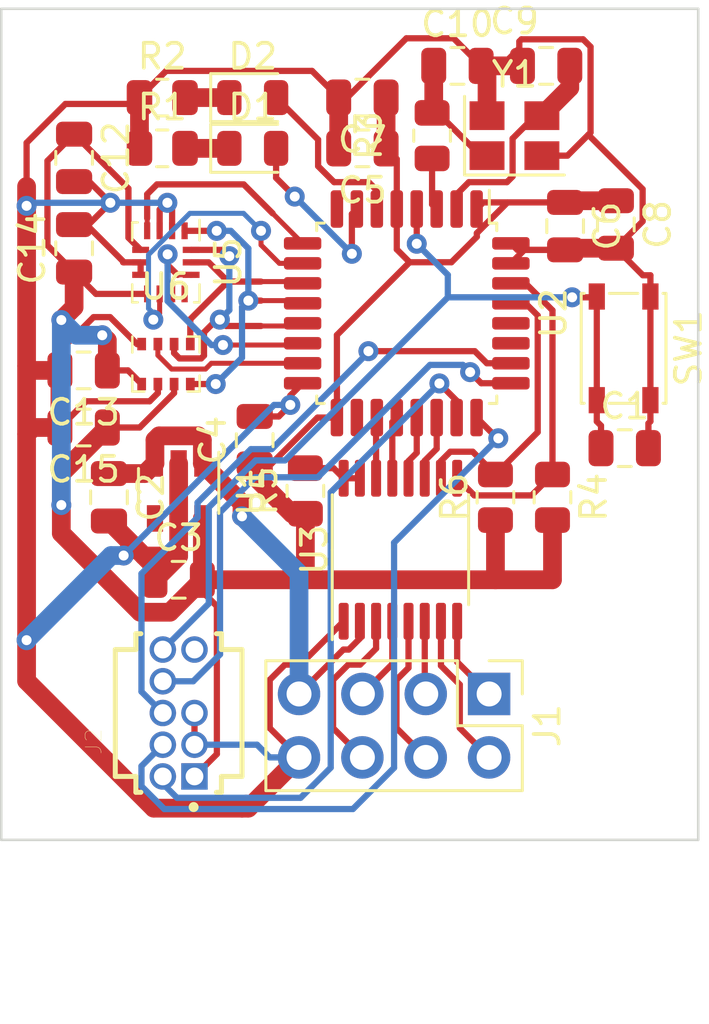
<source format=kicad_pcb>
(kicad_pcb (version 20171130) (host pcbnew "(5.1.8)-1")

  (general
    (thickness 1.6)
    (drawings 4)
    (tracks 468)
    (zones 0)
    (modules 31)
    (nets 44)
  )

  (page A4)
  (layers
    (0 F.Cu signal)
    (31 B.Cu signal)
    (32 B.Adhes user)
    (33 F.Adhes user)
    (34 B.Paste user)
    (35 F.Paste user)
    (36 B.SilkS user)
    (37 F.SilkS user)
    (38 B.Mask user)
    (39 F.Mask user)
    (40 Dwgs.User user)
    (41 Cmts.User user)
    (42 Eco1.User user)
    (43 Eco2.User user)
    (44 Edge.Cuts user)
    (45 Margin user)
    (46 B.CrtYd user)
    (47 F.CrtYd user)
    (48 B.Fab user)
    (49 F.Fab user)
  )

  (setup
    (last_trace_width 0.2)
    (user_trace_width 0.2)
    (user_trace_width 0.75)
    (trace_clearance 0.2)
    (zone_clearance 0.508)
    (zone_45_only no)
    (trace_min 0.2)
    (via_size 0.8)
    (via_drill 0.4)
    (via_min_size 0.4)
    (via_min_drill 0.3)
    (uvia_size 0.3)
    (uvia_drill 0.1)
    (uvias_allowed no)
    (uvia_min_size 0.2)
    (uvia_min_drill 0.1)
    (edge_width 0.05)
    (segment_width 0.2)
    (pcb_text_width 0.3)
    (pcb_text_size 1.5 1.5)
    (mod_edge_width 0.12)
    (mod_text_size 1 1)
    (mod_text_width 0.15)
    (pad_size 1.524 1.524)
    (pad_drill 0.762)
    (pad_to_mask_clearance 0)
    (aux_axis_origin 0 0)
    (visible_elements 7FFFFFFF)
    (pcbplotparams
      (layerselection 0x010fc_ffffffff)
      (usegerberextensions false)
      (usegerberattributes true)
      (usegerberadvancedattributes true)
      (creategerberjobfile true)
      (excludeedgelayer true)
      (linewidth 0.100000)
      (plotframeref false)
      (viasonmask false)
      (mode 1)
      (useauxorigin false)
      (hpglpennumber 1)
      (hpglpenspeed 20)
      (hpglpendiameter 15.000000)
      (psnegative false)
      (psa4output false)
      (plotreference true)
      (plotvalue true)
      (plotinvisibletext false)
      (padsonsilk false)
      (subtractmaskfromsilk false)
      (outputformat 1)
      (mirror false)
      (drillshape 1)
      (scaleselection 1)
      (outputdirectory ""))
  )

  (net 0 "")
  (net 1 GND)
  (net 2 VIN)
  (net 3 VDD)
  (net 4 OSC_IN)
  (net 5 "Net-(C10-Pad1)")
  (net 6 "Net-(D1-Pad2)")
  (net 7 "Net-(D1-Pad1)")
  (net 8 "Net-(D2-Pad2)")
  (net 9 "Net-(D2-Pad1)")
  (net 10 "Net-(J1-Pad6)")
  (net 11 "Net-(J1-Pad5)")
  (net 12 "Net-(J1-Pad4)")
  (net 13 "Net-(J1-Pad3)")
  (net 14 "Net-(J1-Pad2)")
  (net 15 OSC_OUT)
  (net 16 I2C1_SDA)
  (net 17 "Net-(R5-Pad2)")
  (net 18 I2C1_SCL)
  (net 19 "Net-(U1-Pad4)")
  (net 20 BMX_INT2)
  (net 21 USART1_RTS_DE)
  (net 22 USART1_CTS)
  (net 23 USART1_RX)
  (net 24 USART1_TX)
  (net 25 BMX_INT1)
  (net 26 BMP_CSB)
  (net 27 BMX_CSB)
  (net 28 SPI1_MOSI)
  (net 29 SPI1_MISO)
  (net 30 SPI1_SCK)
  (net 31 "Net-(U5-Pad11)")
  (net 32 "Net-(U5-Pad10)")
  (net 33 NRST)
  (net 34 SWO)
  (net 35 JTDI)
  (net 36 SWCLK)
  (net 37 SWDIO)
  (net 38 "Net-(J2-Pad9)")
  (net 39 "Net-(J1-Pad1)")
  (net 40 "Net-(U2-Pad28)")
  (net 41 "Net-(U2-Pad27)")
  (net 42 "Net-(U2-Pad18)")
  (net 43 "Net-(U2-Pad8)")

  (net_class Default "This is the default net class."
    (clearance 0.2)
    (trace_width 0.25)
    (via_dia 0.8)
    (via_drill 0.4)
    (uvia_dia 0.3)
    (uvia_drill 0.1)
    (add_net BMP_CSB)
    (add_net BMX_CSB)
    (add_net BMX_INT1)
    (add_net BMX_INT2)
    (add_net GND)
    (add_net I2C1_SCL)
    (add_net I2C1_SDA)
    (add_net JTDI)
    (add_net NRST)
    (add_net "Net-(C10-Pad1)")
    (add_net "Net-(D1-Pad1)")
    (add_net "Net-(D1-Pad2)")
    (add_net "Net-(D2-Pad1)")
    (add_net "Net-(D2-Pad2)")
    (add_net "Net-(J1-Pad1)")
    (add_net "Net-(J1-Pad2)")
    (add_net "Net-(J1-Pad3)")
    (add_net "Net-(J1-Pad4)")
    (add_net "Net-(J1-Pad5)")
    (add_net "Net-(J1-Pad6)")
    (add_net "Net-(J2-Pad9)")
    (add_net "Net-(R5-Pad2)")
    (add_net "Net-(U1-Pad4)")
    (add_net "Net-(U2-Pad18)")
    (add_net "Net-(U2-Pad27)")
    (add_net "Net-(U2-Pad28)")
    (add_net "Net-(U2-Pad8)")
    (add_net "Net-(U5-Pad10)")
    (add_net "Net-(U5-Pad11)")
    (add_net OSC_IN)
    (add_net OSC_OUT)
    (add_net SPI1_MISO)
    (add_net SPI1_MOSI)
    (add_net SPI1_SCK)
    (add_net SWCLK)
    (add_net SWDIO)
    (add_net SWO)
    (add_net USART1_CTS)
    (add_net USART1_RTS_DE)
    (add_net USART1_RX)
    (add_net USART1_TX)
    (add_net VDD)
    (add_net VIN)
  )

  (module Package_SO:TSSOP-16_4.4x5mm_P0.65mm (layer F.Cu) (tedit 5E476F32) (tstamp 5FD92DE1)
    (at 146.05 115.384 90)
    (descr "TSSOP, 16 Pin (JEDEC MO-153 Var AB https://www.jedec.org/document_search?search_api_views_fulltext=MO-153), generated with kicad-footprint-generator ipc_gullwing_generator.py")
    (tags "TSSOP SO")
    (path /5FDCEE5F)
    (attr smd)
    (fp_text reference U3 (at 0 -3.45 90) (layer F.SilkS)
      (effects (font (size 1 1) (thickness 0.15)))
    )
    (fp_text value NVT2006 (at 0 3.45 90) (layer F.Fab)
      (effects (font (size 1 1) (thickness 0.15)))
    )
    (fp_line (start 3.85 -2.75) (end -3.85 -2.75) (layer F.CrtYd) (width 0.05))
    (fp_line (start 3.85 2.75) (end 3.85 -2.75) (layer F.CrtYd) (width 0.05))
    (fp_line (start -3.85 2.75) (end 3.85 2.75) (layer F.CrtYd) (width 0.05))
    (fp_line (start -3.85 -2.75) (end -3.85 2.75) (layer F.CrtYd) (width 0.05))
    (fp_line (start -2.2 -1.5) (end -1.2 -2.5) (layer F.Fab) (width 0.1))
    (fp_line (start -2.2 2.5) (end -2.2 -1.5) (layer F.Fab) (width 0.1))
    (fp_line (start 2.2 2.5) (end -2.2 2.5) (layer F.Fab) (width 0.1))
    (fp_line (start 2.2 -2.5) (end 2.2 2.5) (layer F.Fab) (width 0.1))
    (fp_line (start -1.2 -2.5) (end 2.2 -2.5) (layer F.Fab) (width 0.1))
    (fp_line (start 0 -2.735) (end -3.6 -2.735) (layer F.SilkS) (width 0.12))
    (fp_line (start 0 -2.735) (end 2.2 -2.735) (layer F.SilkS) (width 0.12))
    (fp_line (start 0 2.735) (end -2.2 2.735) (layer F.SilkS) (width 0.12))
    (fp_line (start 0 2.735) (end 2.2 2.735) (layer F.SilkS) (width 0.12))
    (fp_text user %R (at 0 0 90) (layer F.Fab)
      (effects (font (size 1 1) (thickness 0.15)))
    )
    (pad 16 smd roundrect (at 2.8625 -2.275 90) (size 1.475 0.4) (layers F.Cu F.Paste F.Mask) (roundrect_rratio 0.25)
      (net 17 "Net-(R5-Pad2)"))
    (pad 15 smd roundrect (at 2.8625 -1.625 90) (size 1.475 0.4) (layers F.Cu F.Paste F.Mask) (roundrect_rratio 0.25)
      (net 17 "Net-(R5-Pad2)"))
    (pad 14 smd roundrect (at 2.8625 -0.975 90) (size 1.475 0.4) (layers F.Cu F.Paste F.Mask) (roundrect_rratio 0.25)
      (net 24 USART1_TX))
    (pad 13 smd roundrect (at 2.8625 -0.325 90) (size 1.475 0.4) (layers F.Cu F.Paste F.Mask) (roundrect_rratio 0.25)
      (net 23 USART1_RX))
    (pad 12 smd roundrect (at 2.8625 0.325 90) (size 1.475 0.4) (layers F.Cu F.Paste F.Mask) (roundrect_rratio 0.25)
      (net 22 USART1_CTS))
    (pad 11 smd roundrect (at 2.8625 0.975 90) (size 1.475 0.4) (layers F.Cu F.Paste F.Mask) (roundrect_rratio 0.25)
      (net 21 USART1_RTS_DE))
    (pad 10 smd roundrect (at 2.8625 1.625 90) (size 1.475 0.4) (layers F.Cu F.Paste F.Mask) (roundrect_rratio 0.25)
      (net 18 I2C1_SCL))
    (pad 9 smd roundrect (at 2.8625 2.275 90) (size 1.475 0.4) (layers F.Cu F.Paste F.Mask) (roundrect_rratio 0.25)
      (net 16 I2C1_SDA))
    (pad 8 smd roundrect (at -2.8625 2.275 90) (size 1.475 0.4) (layers F.Cu F.Paste F.Mask) (roundrect_rratio 0.25)
      (net 39 "Net-(J1-Pad1)"))
    (pad 7 smd roundrect (at -2.8625 1.625 90) (size 1.475 0.4) (layers F.Cu F.Paste F.Mask) (roundrect_rratio 0.25)
      (net 14 "Net-(J1-Pad2)"))
    (pad 6 smd roundrect (at -2.8625 0.975 90) (size 1.475 0.4) (layers F.Cu F.Paste F.Mask) (roundrect_rratio 0.25)
      (net 13 "Net-(J1-Pad3)"))
    (pad 5 smd roundrect (at -2.8625 0.325 90) (size 1.475 0.4) (layers F.Cu F.Paste F.Mask) (roundrect_rratio 0.25)
      (net 12 "Net-(J1-Pad4)"))
    (pad 4 smd roundrect (at -2.8625 -0.325 90) (size 1.475 0.4) (layers F.Cu F.Paste F.Mask) (roundrect_rratio 0.25)
      (net 11 "Net-(J1-Pad5)"))
    (pad 3 smd roundrect (at -2.8625 -0.975 90) (size 1.475 0.4) (layers F.Cu F.Paste F.Mask) (roundrect_rratio 0.25)
      (net 10 "Net-(J1-Pad6)"))
    (pad 2 smd roundrect (at -2.8625 -1.625 90) (size 1.475 0.4) (layers F.Cu F.Paste F.Mask) (roundrect_rratio 0.25)
      (net 2 VIN))
    (pad 1 smd roundrect (at -2.8625 -2.275 90) (size 1.475 0.4) (layers F.Cu F.Paste F.Mask) (roundrect_rratio 0.25)
      (net 1 GND))
    (model ${KISYS3DMOD}/Package_SO.3dshapes/TSSOP-16_4.4x5mm_P0.65mm.wrl
      (at (xyz 0 0 0))
      (scale (xyz 1 1 1))
      (rotate (xyz 0 0 0))
    )
  )

  (module AsymConnectors:SAMTEC_FTSH-105-01-X-D-007-K (layer F.Cu) (tedit 5FD8F3C0) (tstamp 5FDB5029)
    (at 137.16 121.92 90)
    (path /6009A82F)
    (fp_text reference J2 (at -1.143 -3.4064 90) (layer F.SilkS)
      (effects (font (size 0.64 0.64) (thickness 0.015)))
    )
    (fp_text value FTSH-105-01-X-D-007-K (at 8.2042 3.4064 90) (layer F.Fab)
      (effects (font (size 0.64 0.64) (thickness 0.015)))
    )
    (fp_circle (center -3.765 0.6) (end -3.665 0.6) (layer F.SilkS) (width 0.2))
    (fp_circle (center -3.765 0.6) (end -3.665 0.6) (layer F.Fab) (width 0.2))
    (fp_line (start -3.425 1.965) (end -3.425 -1.965) (layer F.CrtYd) (width 0.05))
    (fp_line (start 3.425 1.965) (end 3.425 -1.965) (layer F.CrtYd) (width 0.05))
    (fp_line (start -3.175 -1.715) (end -3.175 1.715) (layer F.Fab) (width 0.1))
    (fp_line (start -3.175 1.715) (end -2.54 1.715) (layer F.Fab) (width 0.1))
    (fp_line (start 2.54 1.715) (end 3.175 1.715) (layer F.Fab) (width 0.1))
    (fp_line (start 3.175 1.715) (end 3.175 -1.715) (layer F.Fab) (width 0.1))
    (fp_line (start 3.175 -1.715) (end 2.54 -1.715) (layer F.Fab) (width 0.1))
    (fp_line (start -2.54 -1.715) (end -3.175 -1.715) (layer F.Fab) (width 0.1))
    (fp_line (start -3.175 -1.715) (end -3.175 -1.515) (layer F.SilkS) (width 0.2))
    (fp_line (start -3.175 1.715) (end -3.175 1.515) (layer F.SilkS) (width 0.2))
    (fp_line (start 3.175 1.715) (end 3.175 1.515) (layer F.SilkS) (width 0.2))
    (fp_line (start 3.175 -1.715) (end 3.175 -1.515) (layer F.SilkS) (width 0.2))
    (fp_line (start -2.54 -1.715) (end -2.54 -2.54) (layer F.Fab) (width 0.1))
    (fp_line (start -2.54 -2.54) (end 2.54 -2.54) (layer F.Fab) (width 0.1))
    (fp_line (start 2.54 -2.54) (end 2.54 -1.715) (layer F.Fab) (width 0.1))
    (fp_line (start -2.54 1.715) (end -2.54 2.54) (layer F.Fab) (width 0.1))
    (fp_line (start -2.54 2.54) (end 2.54 2.54) (layer F.Fab) (width 0.1))
    (fp_line (start 2.54 2.54) (end 2.54 1.715) (layer F.Fab) (width 0.1))
    (fp_line (start -3.175 -1.715) (end -2.54 -1.715) (layer F.SilkS) (width 0.2))
    (fp_line (start -2.54 -1.715) (end -2.54 -2.54) (layer F.SilkS) (width 0.2))
    (fp_line (start -2.54 -2.54) (end 2.54 -2.54) (layer F.SilkS) (width 0.2))
    (fp_line (start 2.54 -2.54) (end 2.54 -1.715) (layer F.SilkS) (width 0.2))
    (fp_line (start 2.54 -1.715) (end 3.175 -1.715) (layer F.SilkS) (width 0.2))
    (fp_line (start -3.175 1.715) (end -2.54 1.715) (layer F.SilkS) (width 0.2))
    (fp_line (start -2.54 1.715) (end -2.54 2.54) (layer F.SilkS) (width 0.2))
    (fp_line (start -2.54 2.54) (end 2.54 2.54) (layer F.SilkS) (width 0.2))
    (fp_line (start 2.54 2.54) (end 2.54 1.715) (layer F.SilkS) (width 0.2))
    (fp_line (start 2.54 1.715) (end 3.175 1.715) (layer F.SilkS) (width 0.2))
    (fp_line (start -3.425 -1.965) (end -2.79 -1.965) (layer F.CrtYd) (width 0.05))
    (fp_line (start -2.79 -1.965) (end -2.79 -2.79) (layer F.CrtYd) (width 0.05))
    (fp_line (start -2.79 -2.79) (end 2.79 -2.79) (layer F.CrtYd) (width 0.05))
    (fp_line (start 2.79 -2.79) (end 2.79 -1.965) (layer F.CrtYd) (width 0.05))
    (fp_line (start 2.79 -1.965) (end 3.425 -1.965) (layer F.CrtYd) (width 0.05))
    (fp_line (start 3.425 1.965) (end 2.79 1.965) (layer F.CrtYd) (width 0.05))
    (fp_line (start 2.79 1.965) (end 2.79 2.79) (layer F.CrtYd) (width 0.05))
    (fp_line (start 2.79 2.79) (end -2.79 2.79) (layer F.CrtYd) (width 0.05))
    (fp_line (start -2.79 2.79) (end -2.79 1.965) (layer F.CrtYd) (width 0.05))
    (fp_line (start -2.79 1.965) (end -3.425 1.965) (layer F.CrtYd) (width 0.05))
    (pad 1 thru_hole rect (at -2.54 0.635 90) (size 1.06 1.06) (drill 0.71) (layers *.Cu *.Mask)
      (net 3 VDD))
    (pad 2 thru_hole circle (at -2.54 -0.635 90) (size 1.06 1.06) (drill 0.71) (layers *.Cu *.Mask)
      (net 37 SWDIO))
    (pad 3 thru_hole circle (at -1.27 0.635 90) (size 1.06 1.06) (drill 0.71) (layers *.Cu *.Mask)
      (net 1 GND))
    (pad 4 thru_hole circle (at -1.27 -0.635 90) (size 1.06 1.06) (drill 0.71) (layers *.Cu *.Mask)
      (net 36 SWCLK))
    (pad 5 thru_hole circle (at 0 0.635 90) (size 1.06 1.06) (drill 0.71) (layers *.Cu *.Mask)
      (net 1 GND))
    (pad 6 thru_hole circle (at 0 -0.635 90) (size 1.06 1.06) (drill 0.71) (layers *.Cu *.Mask)
      (net 34 SWO))
    (pad 8 thru_hole circle (at 1.27 -0.635 90) (size 1.06 1.06) (drill 0.71) (layers *.Cu *.Mask)
      (net 35 JTDI))
    (pad 9 thru_hole circle (at 2.54 0.635 90) (size 1.06 1.06) (drill 0.71) (layers *.Cu *.Mask)
      (net 38 "Net-(J2-Pad9)"))
    (pad 10 thru_hole circle (at 2.54 -0.635 90) (size 1.06 1.06) (drill 0.71) (layers *.Cu *.Mask)
      (net 33 NRST))
  )

  (module Capacitor_SMD:C_0805_2012Metric (layer F.Cu) (tedit 5F68FEEE) (tstamp 5FD92C1E)
    (at 133.35 108.204 180)
    (descr "Capacitor SMD 0805 (2012 Metric), square (rectangular) end terminal, IPC_7351 nominal, (Body size source: IPC-SM-782 page 76, https://www.pcb-3d.com/wordpress/wp-content/uploads/ipc-sm-782a_amendment_1_and_2.pdf, https://docs.google.com/spreadsheets/d/1BsfQQcO9C6DZCsRaXUlFlo91Tg2WpOkGARC1WS5S8t0/edit?usp=sharing), generated with kicad-footprint-generator")
    (tags capacitor)
    (path /5FDC3C9B)
    (attr smd)
    (fp_text reference C13 (at 0 -1.68) (layer F.SilkS)
      (effects (font (size 1 1) (thickness 0.15)))
    )
    (fp_text value "100 nF" (at 0 1.68) (layer F.Fab)
      (effects (font (size 1 1) (thickness 0.15)))
    )
    (fp_line (start 1.7 0.98) (end -1.7 0.98) (layer F.CrtYd) (width 0.05))
    (fp_line (start 1.7 -0.98) (end 1.7 0.98) (layer F.CrtYd) (width 0.05))
    (fp_line (start -1.7 -0.98) (end 1.7 -0.98) (layer F.CrtYd) (width 0.05))
    (fp_line (start -1.7 0.98) (end -1.7 -0.98) (layer F.CrtYd) (width 0.05))
    (fp_line (start -0.261252 0.735) (end 0.261252 0.735) (layer F.SilkS) (width 0.12))
    (fp_line (start -0.261252 -0.735) (end 0.261252 -0.735) (layer F.SilkS) (width 0.12))
    (fp_line (start 1 0.625) (end -1 0.625) (layer F.Fab) (width 0.1))
    (fp_line (start 1 -0.625) (end 1 0.625) (layer F.Fab) (width 0.1))
    (fp_line (start -1 -0.625) (end 1 -0.625) (layer F.Fab) (width 0.1))
    (fp_line (start -1 0.625) (end -1 -0.625) (layer F.Fab) (width 0.1))
    (fp_text user %R (at 0 0) (layer F.Fab)
      (effects (font (size 0.5 0.5) (thickness 0.08)))
    )
    (pad 2 smd roundrect (at 0.95 0 180) (size 1 1.45) (layers F.Cu F.Paste F.Mask) (roundrect_rratio 0.25)
      (net 1 GND))
    (pad 1 smd roundrect (at -0.95 0 180) (size 1 1.45) (layers F.Cu F.Paste F.Mask) (roundrect_rratio 0.25)
      (net 3 VDD))
    (model ${KISYS3DMOD}/Capacitor_SMD.3dshapes/C_0805_2012Metric.wrl
      (at (xyz 0 0 0))
      (scale (xyz 1 1 1))
      (rotate (xyz 0 0 0))
    )
  )

  (module Capacitor_SMD:C_0805_2012Metric (layer F.Cu) (tedit 5F68FEEE) (tstamp 5FD92B85)
    (at 137.16 116.586)
    (descr "Capacitor SMD 0805 (2012 Metric), square (rectangular) end terminal, IPC_7351 nominal, (Body size source: IPC-SM-782 page 76, https://www.pcb-3d.com/wordpress/wp-content/uploads/ipc-sm-782a_amendment_1_and_2.pdf, https://docs.google.com/spreadsheets/d/1BsfQQcO9C6DZCsRaXUlFlo91Tg2WpOkGARC1WS5S8t0/edit?usp=sharing), generated with kicad-footprint-generator")
    (tags capacitor)
    (path /5FD6F7FD)
    (attr smd)
    (fp_text reference C3 (at 0 -1.68) (layer F.SilkS)
      (effects (font (size 1 1) (thickness 0.15)))
    )
    (fp_text value "1 uF" (at 0 1.68) (layer F.Fab)
      (effects (font (size 1 1) (thickness 0.15)))
    )
    (fp_line (start 1.7 0.98) (end -1.7 0.98) (layer F.CrtYd) (width 0.05))
    (fp_line (start 1.7 -0.98) (end 1.7 0.98) (layer F.CrtYd) (width 0.05))
    (fp_line (start -1.7 -0.98) (end 1.7 -0.98) (layer F.CrtYd) (width 0.05))
    (fp_line (start -1.7 0.98) (end -1.7 -0.98) (layer F.CrtYd) (width 0.05))
    (fp_line (start -0.261252 0.735) (end 0.261252 0.735) (layer F.SilkS) (width 0.12))
    (fp_line (start -0.261252 -0.735) (end 0.261252 -0.735) (layer F.SilkS) (width 0.12))
    (fp_line (start 1 0.625) (end -1 0.625) (layer F.Fab) (width 0.1))
    (fp_line (start 1 -0.625) (end 1 0.625) (layer F.Fab) (width 0.1))
    (fp_line (start -1 -0.625) (end 1 -0.625) (layer F.Fab) (width 0.1))
    (fp_line (start -1 0.625) (end -1 -0.625) (layer F.Fab) (width 0.1))
    (fp_text user %R (at 0 0) (layer F.Fab)
      (effects (font (size 0.5 0.5) (thickness 0.08)))
    )
    (pad 2 smd roundrect (at 0.95 0) (size 1 1.45) (layers F.Cu F.Paste F.Mask) (roundrect_rratio 0.25)
      (net 3 VDD))
    (pad 1 smd roundrect (at -0.95 0) (size 1 1.45) (layers F.Cu F.Paste F.Mask) (roundrect_rratio 0.25)
      (net 1 GND))
    (model ${KISYS3DMOD}/Capacitor_SMD.3dshapes/C_0805_2012Metric.wrl
      (at (xyz 0 0 0))
      (scale (xyz 1 1 1))
      (rotate (xyz 0 0 0))
    )
  )

  (module Package_QFP:LQFP-32_7x7mm_P0.8mm (layer F.Cu) (tedit 5D9F72AF) (tstamp 5FD92DBF)
    (at 146.304 105.918 270)
    (descr "LQFP, 32 Pin (https://www.nxp.com/docs/en/package-information/SOT358-1.pdf), generated with kicad-footprint-generator ipc_gullwing_generator.py")
    (tags "LQFP QFP")
    (path /5FD4226E)
    (attr smd)
    (fp_text reference U2 (at 0 -5.88 90) (layer F.SilkS)
      (effects (font (size 1 1) (thickness 0.15)))
    )
    (fp_text value STM32F303K8Tx (at 0 5.88 90) (layer F.Fab)
      (effects (font (size 1 1) (thickness 0.15)))
    )
    (fp_line (start 5.18 3.3) (end 5.18 0) (layer F.CrtYd) (width 0.05))
    (fp_line (start 3.75 3.3) (end 5.18 3.3) (layer F.CrtYd) (width 0.05))
    (fp_line (start 3.75 3.75) (end 3.75 3.3) (layer F.CrtYd) (width 0.05))
    (fp_line (start 3.3 3.75) (end 3.75 3.75) (layer F.CrtYd) (width 0.05))
    (fp_line (start 3.3 5.18) (end 3.3 3.75) (layer F.CrtYd) (width 0.05))
    (fp_line (start 0 5.18) (end 3.3 5.18) (layer F.CrtYd) (width 0.05))
    (fp_line (start -5.18 3.3) (end -5.18 0) (layer F.CrtYd) (width 0.05))
    (fp_line (start -3.75 3.3) (end -5.18 3.3) (layer F.CrtYd) (width 0.05))
    (fp_line (start -3.75 3.75) (end -3.75 3.3) (layer F.CrtYd) (width 0.05))
    (fp_line (start -3.3 3.75) (end -3.75 3.75) (layer F.CrtYd) (width 0.05))
    (fp_line (start -3.3 5.18) (end -3.3 3.75) (layer F.CrtYd) (width 0.05))
    (fp_line (start 0 5.18) (end -3.3 5.18) (layer F.CrtYd) (width 0.05))
    (fp_line (start 5.18 -3.3) (end 5.18 0) (layer F.CrtYd) (width 0.05))
    (fp_line (start 3.75 -3.3) (end 5.18 -3.3) (layer F.CrtYd) (width 0.05))
    (fp_line (start 3.75 -3.75) (end 3.75 -3.3) (layer F.CrtYd) (width 0.05))
    (fp_line (start 3.3 -3.75) (end 3.75 -3.75) (layer F.CrtYd) (width 0.05))
    (fp_line (start 3.3 -5.18) (end 3.3 -3.75) (layer F.CrtYd) (width 0.05))
    (fp_line (start 0 -5.18) (end 3.3 -5.18) (layer F.CrtYd) (width 0.05))
    (fp_line (start -5.18 -3.3) (end -5.18 0) (layer F.CrtYd) (width 0.05))
    (fp_line (start -3.75 -3.3) (end -5.18 -3.3) (layer F.CrtYd) (width 0.05))
    (fp_line (start -3.75 -3.75) (end -3.75 -3.3) (layer F.CrtYd) (width 0.05))
    (fp_line (start -3.3 -3.75) (end -3.75 -3.75) (layer F.CrtYd) (width 0.05))
    (fp_line (start -3.3 -5.18) (end -3.3 -3.75) (layer F.CrtYd) (width 0.05))
    (fp_line (start 0 -5.18) (end -3.3 -5.18) (layer F.CrtYd) (width 0.05))
    (fp_line (start -3.5 -2.5) (end -2.5 -3.5) (layer F.Fab) (width 0.1))
    (fp_line (start -3.5 3.5) (end -3.5 -2.5) (layer F.Fab) (width 0.1))
    (fp_line (start 3.5 3.5) (end -3.5 3.5) (layer F.Fab) (width 0.1))
    (fp_line (start 3.5 -3.5) (end 3.5 3.5) (layer F.Fab) (width 0.1))
    (fp_line (start -2.5 -3.5) (end 3.5 -3.5) (layer F.Fab) (width 0.1))
    (fp_line (start -3.61 -3.31) (end -4.925 -3.31) (layer F.SilkS) (width 0.12))
    (fp_line (start -3.61 -3.61) (end -3.61 -3.31) (layer F.SilkS) (width 0.12))
    (fp_line (start -3.31 -3.61) (end -3.61 -3.61) (layer F.SilkS) (width 0.12))
    (fp_line (start 3.61 -3.61) (end 3.61 -3.31) (layer F.SilkS) (width 0.12))
    (fp_line (start 3.31 -3.61) (end 3.61 -3.61) (layer F.SilkS) (width 0.12))
    (fp_line (start -3.61 3.61) (end -3.61 3.31) (layer F.SilkS) (width 0.12))
    (fp_line (start -3.31 3.61) (end -3.61 3.61) (layer F.SilkS) (width 0.12))
    (fp_line (start 3.61 3.61) (end 3.61 3.31) (layer F.SilkS) (width 0.12))
    (fp_line (start 3.31 3.61) (end 3.61 3.61) (layer F.SilkS) (width 0.12))
    (fp_text user %R (at 0 0 90) (layer F.Fab)
      (effects (font (size 1 1) (thickness 0.15)))
    )
    (pad 32 smd roundrect (at -2.8 -4.175 270) (size 0.5 1.5) (layers F.Cu F.Paste F.Mask) (roundrect_rratio 0.25)
      (net 1 GND))
    (pad 31 smd roundrect (at -2 -4.175 270) (size 0.5 1.5) (layers F.Cu F.Paste F.Mask) (roundrect_rratio 0.25)
      (net 1 GND))
    (pad 30 smd roundrect (at -1.2 -4.175 270) (size 0.5 1.5) (layers F.Cu F.Paste F.Mask) (roundrect_rratio 0.25)
      (net 16 I2C1_SDA))
    (pad 29 smd roundrect (at -0.4 -4.175 270) (size 0.5 1.5) (layers F.Cu F.Paste F.Mask) (roundrect_rratio 0.25)
      (net 18 I2C1_SCL))
    (pad 28 smd roundrect (at 0.4 -4.175 270) (size 0.5 1.5) (layers F.Cu F.Paste F.Mask) (roundrect_rratio 0.25)
      (net 40 "Net-(U2-Pad28)"))
    (pad 27 smd roundrect (at 1.2 -4.175 270) (size 0.5 1.5) (layers F.Cu F.Paste F.Mask) (roundrect_rratio 0.25)
      (net 41 "Net-(U2-Pad27)"))
    (pad 26 smd roundrect (at 2 -4.175 270) (size 0.5 1.5) (layers F.Cu F.Paste F.Mask) (roundrect_rratio 0.25)
      (net 34 SWO))
    (pad 25 smd roundrect (at 2.8 -4.175 270) (size 0.5 1.5) (layers F.Cu F.Paste F.Mask) (roundrect_rratio 0.25)
      (net 35 JTDI))
    (pad 24 smd roundrect (at 4.175 -2.8 270) (size 1.5 0.5) (layers F.Cu F.Paste F.Mask) (roundrect_rratio 0.25)
      (net 36 SWCLK))
    (pad 23 smd roundrect (at 4.175 -2 270) (size 1.5 0.5) (layers F.Cu F.Paste F.Mask) (roundrect_rratio 0.25)
      (net 37 SWDIO))
    (pad 22 smd roundrect (at 4.175 -1.2 270) (size 1.5 0.5) (layers F.Cu F.Paste F.Mask) (roundrect_rratio 0.25)
      (net 21 USART1_RTS_DE))
    (pad 21 smd roundrect (at 4.175 -0.4 270) (size 1.5 0.5) (layers F.Cu F.Paste F.Mask) (roundrect_rratio 0.25)
      (net 22 USART1_CTS))
    (pad 20 smd roundrect (at 4.175 0.4 270) (size 1.5 0.5) (layers F.Cu F.Paste F.Mask) (roundrect_rratio 0.25)
      (net 23 USART1_RX))
    (pad 19 smd roundrect (at 4.175 1.2 270) (size 1.5 0.5) (layers F.Cu F.Paste F.Mask) (roundrect_rratio 0.25)
      (net 24 USART1_TX))
    (pad 18 smd roundrect (at 4.175 2 270) (size 1.5 0.5) (layers F.Cu F.Paste F.Mask) (roundrect_rratio 0.25)
      (net 42 "Net-(U2-Pad18)"))
    (pad 17 smd roundrect (at 4.175 2.8 270) (size 1.5 0.5) (layers F.Cu F.Paste F.Mask) (roundrect_rratio 0.25)
      (net 3 VDD))
    (pad 16 smd roundrect (at 2.8 4.175 270) (size 0.5 1.5) (layers F.Cu F.Paste F.Mask) (roundrect_rratio 0.25)
      (net 1 GND))
    (pad 15 smd roundrect (at 2 4.175 270) (size 0.5 1.5) (layers F.Cu F.Paste F.Mask) (roundrect_rratio 0.25)
      (net 26 BMP_CSB))
    (pad 14 smd roundrect (at 1.2 4.175 270) (size 0.5 1.5) (layers F.Cu F.Paste F.Mask) (roundrect_rratio 0.25)
      (net 27 BMX_CSB))
    (pad 13 smd roundrect (at 0.4 4.175 270) (size 0.5 1.5) (layers F.Cu F.Paste F.Mask) (roundrect_rratio 0.25)
      (net 28 SPI1_MOSI))
    (pad 12 smd roundrect (at -0.4 4.175 270) (size 0.5 1.5) (layers F.Cu F.Paste F.Mask) (roundrect_rratio 0.25)
      (net 29 SPI1_MISO))
    (pad 11 smd roundrect (at -1.2 4.175 270) (size 0.5 1.5) (layers F.Cu F.Paste F.Mask) (roundrect_rratio 0.25)
      (net 30 SPI1_SCK))
    (pad 10 smd roundrect (at -2 4.175 270) (size 0.5 1.5) (layers F.Cu F.Paste F.Mask) (roundrect_rratio 0.25)
      (net 20 BMX_INT2))
    (pad 9 smd roundrect (at -2.8 4.175 270) (size 0.5 1.5) (layers F.Cu F.Paste F.Mask) (roundrect_rratio 0.25)
      (net 25 BMX_INT1))
    (pad 8 smd roundrect (at -4.175 2.8 270) (size 1.5 0.5) (layers F.Cu F.Paste F.Mask) (roundrect_rratio 0.25)
      (net 43 "Net-(U2-Pad8)"))
    (pad 7 smd roundrect (at -4.175 2 270) (size 1.5 0.5) (layers F.Cu F.Paste F.Mask) (roundrect_rratio 0.25)
      (net 6 "Net-(D1-Pad2)"))
    (pad 6 smd roundrect (at -4.175 1.2 270) (size 1.5 0.5) (layers F.Cu F.Paste F.Mask) (roundrect_rratio 0.25)
      (net 8 "Net-(D2-Pad2)"))
    (pad 5 smd roundrect (at -4.175 0.4 270) (size 1.5 0.5) (layers F.Cu F.Paste F.Mask) (roundrect_rratio 0.25)
      (net 3 VDD))
    (pad 4 smd roundrect (at -4.175 -0.4 270) (size 1.5 0.5) (layers F.Cu F.Paste F.Mask) (roundrect_rratio 0.25)
      (net 33 NRST))
    (pad 3 smd roundrect (at -4.175 -1.2 270) (size 1.5 0.5) (layers F.Cu F.Paste F.Mask) (roundrect_rratio 0.25)
      (net 15 OSC_OUT))
    (pad 2 smd roundrect (at -4.175 -2 270) (size 1.5 0.5) (layers F.Cu F.Paste F.Mask) (roundrect_rratio 0.25)
      (net 4 OSC_IN))
    (pad 1 smd roundrect (at -4.175 -2.8 270) (size 1.5 0.5) (layers F.Cu F.Paste F.Mask) (roundrect_rratio 0.25)
      (net 3 VDD))
    (model ${KISYS3DMOD}/Package_QFP.3dshapes/LQFP-32_7x7mm_P0.8mm.wrl
      (at (xyz 0 0 0))
      (scale (xyz 1 1 1))
      (rotate (xyz 0 0 0))
    )
  )

  (module Capacitor_SMD:C_0805_2012Metric (layer F.Cu) (tedit 5F68FEEE) (tstamp 5FD92BB8)
    (at 152.654 102.428 270)
    (descr "Capacitor SMD 0805 (2012 Metric), square (rectangular) end terminal, IPC_7351 nominal, (Body size source: IPC-SM-782 page 76, https://www.pcb-3d.com/wordpress/wp-content/uploads/ipc-sm-782a_amendment_1_and_2.pdf, https://docs.google.com/spreadsheets/d/1BsfQQcO9C6DZCsRaXUlFlo91Tg2WpOkGARC1WS5S8t0/edit?usp=sharing), generated with kicad-footprint-generator")
    (tags capacitor)
    (path /5FDAE66E)
    (attr smd)
    (fp_text reference C6 (at 0 -1.68 90) (layer F.SilkS)
      (effects (font (size 1 1) (thickness 0.15)))
    )
    (fp_text value "100 nF" (at 0 1.68 90) (layer F.Fab)
      (effects (font (size 1 1) (thickness 0.15)))
    )
    (fp_line (start 1.7 0.98) (end -1.7 0.98) (layer F.CrtYd) (width 0.05))
    (fp_line (start 1.7 -0.98) (end 1.7 0.98) (layer F.CrtYd) (width 0.05))
    (fp_line (start -1.7 -0.98) (end 1.7 -0.98) (layer F.CrtYd) (width 0.05))
    (fp_line (start -1.7 0.98) (end -1.7 -0.98) (layer F.CrtYd) (width 0.05))
    (fp_line (start -0.261252 0.735) (end 0.261252 0.735) (layer F.SilkS) (width 0.12))
    (fp_line (start -0.261252 -0.735) (end 0.261252 -0.735) (layer F.SilkS) (width 0.12))
    (fp_line (start 1 0.625) (end -1 0.625) (layer F.Fab) (width 0.1))
    (fp_line (start 1 -0.625) (end 1 0.625) (layer F.Fab) (width 0.1))
    (fp_line (start -1 -0.625) (end 1 -0.625) (layer F.Fab) (width 0.1))
    (fp_line (start -1 0.625) (end -1 -0.625) (layer F.Fab) (width 0.1))
    (fp_text user %R (at 0 0 90) (layer F.Fab)
      (effects (font (size 0.5 0.5) (thickness 0.08)))
    )
    (pad 2 smd roundrect (at 0.95 0 270) (size 1 1.45) (layers F.Cu F.Paste F.Mask) (roundrect_rratio 0.25)
      (net 1 GND))
    (pad 1 smd roundrect (at -0.95 0 270) (size 1 1.45) (layers F.Cu F.Paste F.Mask) (roundrect_rratio 0.25)
      (net 3 VDD))
    (model ${KISYS3DMOD}/Capacitor_SMD.3dshapes/C_0805_2012Metric.wrl
      (at (xyz 0 0 0))
      (scale (xyz 1 1 1))
      (rotate (xyz 0 0 0))
    )
  )

  (module Resistor_SMD:R_0805_2012Metric (layer F.Cu) (tedit 5F68FEEE) (tstamp 5FD92D42)
    (at 149.86 113.284 90)
    (descr "Resistor SMD 0805 (2012 Metric), square (rectangular) end terminal, IPC_7351 nominal, (Body size source: IPC-SM-782 page 72, https://www.pcb-3d.com/wordpress/wp-content/uploads/ipc-sm-782a_amendment_1_and_2.pdf), generated with kicad-footprint-generator")
    (tags resistor)
    (path /5FDB478B)
    (attr smd)
    (fp_text reference R6 (at 0 -1.65 90) (layer F.SilkS)
      (effects (font (size 1 1) (thickness 0.15)))
    )
    (fp_text value "10 kR" (at 0 1.65 90) (layer F.Fab)
      (effects (font (size 1 1) (thickness 0.15)))
    )
    (fp_line (start -1 0.625) (end -1 -0.625) (layer F.Fab) (width 0.1))
    (fp_line (start -1 -0.625) (end 1 -0.625) (layer F.Fab) (width 0.1))
    (fp_line (start 1 -0.625) (end 1 0.625) (layer F.Fab) (width 0.1))
    (fp_line (start 1 0.625) (end -1 0.625) (layer F.Fab) (width 0.1))
    (fp_line (start -0.227064 -0.735) (end 0.227064 -0.735) (layer F.SilkS) (width 0.12))
    (fp_line (start -0.227064 0.735) (end 0.227064 0.735) (layer F.SilkS) (width 0.12))
    (fp_line (start -1.68 0.95) (end -1.68 -0.95) (layer F.CrtYd) (width 0.05))
    (fp_line (start -1.68 -0.95) (end 1.68 -0.95) (layer F.CrtYd) (width 0.05))
    (fp_line (start 1.68 -0.95) (end 1.68 0.95) (layer F.CrtYd) (width 0.05))
    (fp_line (start 1.68 0.95) (end -1.68 0.95) (layer F.CrtYd) (width 0.05))
    (fp_text user %R (at 0 0 90) (layer F.Fab)
      (effects (font (size 0.5 0.5) (thickness 0.08)))
    )
    (pad 1 smd roundrect (at -0.9125 0 90) (size 1.025 1.4) (layers F.Cu F.Paste F.Mask) (roundrect_rratio 0.243902)
      (net 3 VDD))
    (pad 2 smd roundrect (at 0.9125 0 90) (size 1.025 1.4) (layers F.Cu F.Paste F.Mask) (roundrect_rratio 0.243902)
      (net 18 I2C1_SCL))
    (model ${KISYS3DMOD}/Resistor_SMD.3dshapes/R_0805_2012Metric.wrl
      (at (xyz 0 0 0))
      (scale (xyz 1 1 1))
      (rotate (xyz 0 0 0))
    )
  )

  (module Crystal:Crystal_SMD_SeikoEpson_TSX3225-4Pin_3.2x2.5mm (layer F.Cu) (tedit 5A0FD1B2) (tstamp 5FD9661E)
    (at 150.622 98.806)
    (descr "crystal Epson Toyocom TSX-3225 series https://support.epson.biz/td/api/doc_check.php?dl=brief_fa-238v_en.pdf, 3.2x2.5mm^2 package")
    (tags "SMD SMT crystal")
    (path /5FE91EF3)
    (attr smd)
    (fp_text reference Y1 (at 0 -2.45) (layer F.SilkS)
      (effects (font (size 1 1) (thickness 0.15)))
    )
    (fp_text value "32 MHz" (at 0 2.45) (layer F.Fab)
      (effects (font (size 1 1) (thickness 0.15)))
    )
    (fp_line (start 2.1 -1.7) (end -2.1 -1.7) (layer F.CrtYd) (width 0.05))
    (fp_line (start 2.1 1.7) (end 2.1 -1.7) (layer F.CrtYd) (width 0.05))
    (fp_line (start -2.1 1.7) (end 2.1 1.7) (layer F.CrtYd) (width 0.05))
    (fp_line (start -2.1 -1.7) (end -2.1 1.7) (layer F.CrtYd) (width 0.05))
    (fp_line (start -2 1.575) (end 2 1.575) (layer F.SilkS) (width 0.12))
    (fp_line (start -2 -1.575) (end -2 1.575) (layer F.SilkS) (width 0.12))
    (fp_line (start -1.6 0.25) (end -0.6 1.25) (layer F.Fab) (width 0.1))
    (fp_line (start -1.6 -1.15) (end -1.5 -1.25) (layer F.Fab) (width 0.1))
    (fp_line (start -1.6 1.15) (end -1.6 -1.15) (layer F.Fab) (width 0.1))
    (fp_line (start -1.5 1.25) (end -1.6 1.15) (layer F.Fab) (width 0.1))
    (fp_line (start 1.5 1.25) (end -1.5 1.25) (layer F.Fab) (width 0.1))
    (fp_line (start 1.6 1.15) (end 1.5 1.25) (layer F.Fab) (width 0.1))
    (fp_line (start 1.6 -1.15) (end 1.6 1.15) (layer F.Fab) (width 0.1))
    (fp_line (start 1.5 -1.25) (end 1.6 -1.15) (layer F.Fab) (width 0.1))
    (fp_line (start -1.5 -1.25) (end 1.5 -1.25) (layer F.Fab) (width 0.1))
    (fp_text user %R (at 0 0) (layer F.Fab)
      (effects (font (size 0.7 0.7) (thickness 0.105)))
    )
    (pad 4 smd rect (at -1.1 -0.8) (size 1.4 1.15) (layers F.Cu F.Paste F.Mask)
      (net 1 GND))
    (pad 3 smd rect (at 1.1 -0.8) (size 1.4 1.15) (layers F.Cu F.Paste F.Mask)
      (net 4 OSC_IN))
    (pad 2 smd rect (at 1.1 0.8) (size 1.4 1.15) (layers F.Cu F.Paste F.Mask)
      (net 1 GND))
    (pad 1 smd rect (at -1.1 0.8) (size 1.4 1.15) (layers F.Cu F.Paste F.Mask)
      (net 5 "Net-(C10-Pad1)"))
    (model ${KISYS3DMOD}/Crystal.3dshapes/Crystal_SMD_SeikoEpson_TSX3225-4Pin_3.2x2.5mm.wrl
      (at (xyz 0 0 0))
      (scale (xyz 1 1 1))
      (rotate (xyz 0 0 0))
    )
  )

  (module Package_LGA:Bosch_LGA-8_2x2.5mm_P0.65mm_ClockwisePinNumbering (layer F.Cu) (tedit 5A2F92D2) (tstamp 5FD92E21)
    (at 136.652 107.95)
    (descr "LGA-8, https://ae-bst.resource.bosch.com/media/_tech/media/datasheets/BST-BMP280-DS001-18.pdf")
    (tags "lga land grid array")
    (path /5FD3E446)
    (attr smd)
    (fp_text reference U6 (at 0 -3.1) (layer F.SilkS)
      (effects (font (size 1 1) (thickness 0.15)))
    )
    (fp_text value BMP280 (at 0 3.1) (layer F.Fab)
      (effects (font (size 1 1) (thickness 0.15)))
    )
    (fp_line (start -1.35 -0.46) (end -1.35 -1.1) (layer F.SilkS) (width 0.1))
    (fp_line (start 0.87 -1.1) (end 1.35 -1.1) (layer F.SilkS) (width 0.1))
    (fp_line (start 1.35 -0.46) (end 1.35 -1.1) (layer F.SilkS) (width 0.1))
    (fp_line (start -1.35 1.1) (end -1.35 0.46) (layer F.SilkS) (width 0.1))
    (fp_line (start 1.35 1.1) (end 1.35 0.46) (layer F.SilkS) (width 0.1))
    (fp_line (start 0.87 1.1) (end 1.35 1.1) (layer F.SilkS) (width 0.1))
    (fp_line (start -1.25 1) (end -1.25 -0.75) (layer F.Fab) (width 0.1))
    (fp_line (start -1 -1) (end -1.25 -0.75) (layer F.Fab) (width 0.1))
    (fp_line (start 1.25 -1) (end -1 -1) (layer F.Fab) (width 0.1))
    (fp_line (start 1.25 -1) (end 1.25 1) (layer F.Fab) (width 0.1))
    (fp_line (start -1.25 1) (end 1.25 1) (layer F.Fab) (width 0.1))
    (fp_line (start -1.55 1.3) (end -1.55 -1.3) (layer F.CrtYd) (width 0.05))
    (fp_line (start 1.55 1.3) (end -1.55 1.3) (layer F.CrtYd) (width 0.05))
    (fp_line (start 1.55 -1.3) (end 1.55 1.3) (layer F.CrtYd) (width 0.05))
    (fp_line (start -1.55 -1.3) (end 1.55 -1.3) (layer F.CrtYd) (width 0.05))
    (fp_line (start -1.35 1.1) (end -0.87 1.1) (layer F.SilkS) (width 0.1))
    (fp_text user %R (at 0 0) (layer F.Fab)
      (effects (font (size 0.5 0.5) (thickness 0.075)))
    )
    (pad 8 smd rect (at -0.975 0.8 90) (size 0.5 0.35) (layers F.Cu F.Paste F.Mask)
      (net 3 VDD))
    (pad 2 smd rect (at -0.325 -0.8 90) (size 0.5 0.35) (layers F.Cu F.Paste F.Mask)
      (net 26 BMP_CSB))
    (pad 3 smd rect (at 0.325 -0.8 90) (size 0.5 0.35) (layers F.Cu F.Paste F.Mask)
      (net 28 SPI1_MOSI))
    (pad 4 smd rect (at 0.975 -0.8 90) (size 0.5 0.35) (layers F.Cu F.Paste F.Mask)
      (net 30 SPI1_SCK))
    (pad 7 smd rect (at -0.325 0.8 90) (size 0.5 0.35) (layers F.Cu F.Paste F.Mask)
      (net 1 GND))
    (pad 6 smd rect (at 0.325 0.8 90) (size 0.5 0.35) (layers F.Cu F.Paste F.Mask)
      (net 3 VDD))
    (pad 5 smd rect (at 0.975 0.8 90) (size 0.5 0.35) (layers F.Cu F.Paste F.Mask)
      (net 29 SPI1_MISO))
    (pad 1 smd rect (at -0.975 -0.8 90) (size 0.5 0.35) (layers F.Cu F.Paste F.Mask)
      (net 1 GND))
    (model ${KISYS3DMOD}/Package_LGA.3dshapes/Bosch_LGA-8_2x2.5mm_P0.65mm_ClockwisePinNumbering.wrl
      (at (xyz 0 0 0))
      (scale (xyz 1 1 1))
      (rotate (xyz 0 0 0))
    )
  )

  (module Package_LGA:Bosch_LGA-14_3x2.5mm_P0.5mm (layer F.Cu) (tedit 5A02F217) (tstamp 5FD92E04)
    (at 136.648 103.878 270)
    (descr "LGA-14 Bosch https://ae-bst.resource.bosch.com/media/_tech/media/datasheets/BST-BMI160-DS000-07.pdf")
    (tags "lga land grid array")
    (path /5FD3C770)
    (attr smd)
    (fp_text reference U5 (at 0 -2.5 90) (layer F.SilkS)
      (effects (font (size 1 1) (thickness 0.15)))
    )
    (fp_text value BMX160 (at 0 2.5 90) (layer F.Fab)
      (effects (font (size 1 1) (thickness 0.15)))
    )
    (fp_line (start -1.85 1.6) (end -1.85 -1.6) (layer F.CrtYd) (width 0.05))
    (fp_line (start 1.85 1.6) (end -1.85 1.6) (layer F.CrtYd) (width 0.05))
    (fp_line (start 1.85 -1.6) (end 1.85 1.6) (layer F.CrtYd) (width 0.05))
    (fp_line (start -1.85 -1.6) (end 1.85 -1.6) (layer F.CrtYd) (width 0.05))
    (fp_line (start -1.5 1.25) (end -1.5 -0.5) (layer F.Fab) (width 0.1))
    (fp_line (start 1.5 1.25) (end -1.5 1.25) (layer F.Fab) (width 0.1))
    (fp_line (start 1.5 -1.25) (end 1.5 1.25) (layer F.Fab) (width 0.1))
    (fp_line (start -0.75 -1.25) (end 1.5 -1.25) (layer F.Fab) (width 0.1))
    (fp_line (start -0.75 -1.25) (end -1.5 -0.5) (layer F.Fab) (width 0.1))
    (fp_line (start 1.6 -1.35) (end 1.6 -1.13) (layer F.SilkS) (width 0.1))
    (fp_line (start 0.88 -1.35) (end 1.6 -1.35) (layer F.SilkS) (width 0.1))
    (fp_line (start 1.6 1.35) (end 0.88 1.35) (layer F.SilkS) (width 0.1))
    (fp_line (start 1.6 1.13) (end 1.6 1.35) (layer F.SilkS) (width 0.1))
    (fp_line (start -1.6 1.35) (end -1.6 1.13) (layer F.SilkS) (width 0.1))
    (fp_line (start -1.6 1.35) (end -0.88 1.35) (layer F.SilkS) (width 0.1))
    (fp_line (start -1.7 -1.35) (end -0.88 -1.35) (layer F.SilkS) (width 0.1))
    (fp_text user %R (at 0 0 90) (layer F.Fab)
      (effects (font (size 0.5 0.5) (thickness 0.075)))
    )
    (pad 11 smd rect (at 1.2625 -0.75 270) (size 0.675 0.25) (layers F.Cu F.Paste F.Mask)
      (net 31 "Net-(U5-Pad11)"))
    (pad 10 smd rect (at 1.2625 -0.25 270) (size 0.675 0.25) (layers F.Cu F.Paste F.Mask)
      (net 32 "Net-(U5-Pad10)"))
    (pad 9 smd rect (at 1.2625 0.25 270) (size 0.675 0.25) (layers F.Cu F.Paste F.Mask)
      (net 20 BMX_INT2))
    (pad 8 smd rect (at 1.2625 0.75 270) (size 0.675 0.25) (layers F.Cu F.Paste F.Mask)
      (net 3 VDD))
    (pad 4 smd rect (at -1.2625 0.75 270) (size 0.675 0.25) (layers F.Cu F.Paste F.Mask)
      (net 25 BMX_INT1))
    (pad 3 smd rect (at -1.2625 0.25 270) (size 0.675 0.25) (layers F.Cu F.Paste F.Mask)
      (net 1 GND))
    (pad 2 smd rect (at -1.2625 -0.25 270) (size 0.675 0.25) (layers F.Cu F.Paste F.Mask)
      (net 1 GND))
    (pad 1 smd rect (at -1.2625 -0.75 270) (size 0.675 0.25) (layers F.Cu F.Paste F.Mask)
      (net 29 SPI1_MISO))
    (pad 7 smd rect (at 0.5 1.0125 270) (size 0.25 0.675) (layers F.Cu F.Paste F.Mask)
      (net 1 GND))
    (pad 6 smd rect (at 0 1.0125 270) (size 0.25 0.675) (layers F.Cu F.Paste F.Mask)
      (net 1 GND))
    (pad 5 smd rect (at -0.5 1.0125 270) (size 0.25 0.675) (layers F.Cu F.Paste F.Mask)
      (net 3 VDD))
    (pad 12 smd rect (at 0.5 -1.0125 270) (size 0.25 0.675) (layers F.Cu F.Paste F.Mask)
      (net 27 BMX_CSB))
    (pad 14 smd rect (at -0.5 -1.0125 270) (size 0.25 0.675) (layers F.Cu F.Paste F.Mask)
      (net 28 SPI1_MOSI))
    (pad 13 smd rect (at 0 -1.0125 270) (size 0.25 0.675) (layers F.Cu F.Paste F.Mask)
      (net 30 SPI1_SCK))
    (model ${KISYS3DMOD}/Package_LGA.3dshapes/Bosch_LGA-14_3x2.5mm_P0.5mm.wrl
      (at (xyz 0 0 0))
      (scale (xyz 1 1 1))
      (rotate (xyz 0 0 0))
    )
  )

  (module Package_TO_SOT_SMD:SOT-23-5 (layer F.Cu) (tedit 5A02FF57) (tstamp 5FD92D74)
    (at 137.16 113.03 270)
    (descr "5-pin SOT23 package")
    (tags SOT-23-5)
    (path /5FD590BB)
    (attr smd)
    (fp_text reference U1 (at 0 -2.9 90) (layer F.SilkS)
      (effects (font (size 1 1) (thickness 0.15)))
    )
    (fp_text value AP2112K-3.3 (at 0 2.9 90) (layer F.Fab)
      (effects (font (size 1 1) (thickness 0.15)))
    )
    (fp_line (start 0.9 -1.55) (end 0.9 1.55) (layer F.Fab) (width 0.1))
    (fp_line (start 0.9 1.55) (end -0.9 1.55) (layer F.Fab) (width 0.1))
    (fp_line (start -0.9 -0.9) (end -0.9 1.55) (layer F.Fab) (width 0.1))
    (fp_line (start 0.9 -1.55) (end -0.25 -1.55) (layer F.Fab) (width 0.1))
    (fp_line (start -0.9 -0.9) (end -0.25 -1.55) (layer F.Fab) (width 0.1))
    (fp_line (start -1.9 1.8) (end -1.9 -1.8) (layer F.CrtYd) (width 0.05))
    (fp_line (start 1.9 1.8) (end -1.9 1.8) (layer F.CrtYd) (width 0.05))
    (fp_line (start 1.9 -1.8) (end 1.9 1.8) (layer F.CrtYd) (width 0.05))
    (fp_line (start -1.9 -1.8) (end 1.9 -1.8) (layer F.CrtYd) (width 0.05))
    (fp_line (start 0.9 -1.61) (end -1.55 -1.61) (layer F.SilkS) (width 0.12))
    (fp_line (start -0.9 1.61) (end 0.9 1.61) (layer F.SilkS) (width 0.12))
    (fp_text user %R (at 0 0) (layer F.Fab)
      (effects (font (size 0.5 0.5) (thickness 0.075)))
    )
    (pad 5 smd rect (at 1.1 -0.95 270) (size 1.06 0.65) (layers F.Cu F.Paste F.Mask)
      (net 3 VDD))
    (pad 4 smd rect (at 1.1 0.95 270) (size 1.06 0.65) (layers F.Cu F.Paste F.Mask)
      (net 19 "Net-(U1-Pad4)"))
    (pad 3 smd rect (at -1.1 0.95 270) (size 1.06 0.65) (layers F.Cu F.Paste F.Mask)
      (net 2 VIN))
    (pad 2 smd rect (at -1.1 0 270) (size 1.06 0.65) (layers F.Cu F.Paste F.Mask)
      (net 1 GND))
    (pad 1 smd rect (at -1.1 -0.95 270) (size 1.06 0.65) (layers F.Cu F.Paste F.Mask)
      (net 2 VIN))
    (model ${KISYS3DMOD}/Package_TO_SOT_SMD.3dshapes/SOT-23-5.wrl
      (at (xyz 0 0 0))
      (scale (xyz 1 1 1))
      (rotate (xyz 0 0 0))
    )
  )

  (module Button_Switch_SMD:SW_SPST_PTS810 (layer F.Cu) (tedit 5B0610A8) (tstamp 5FD92D5F)
    (at 154.997 107.321 270)
    (descr "C&K Components, PTS 810 Series, Microminiature SMT Top Actuated, http://www.ckswitches.com/media/1476/pts810.pdf")
    (tags "SPST Button Switch")
    (path /5FE775AF)
    (attr smd)
    (fp_text reference SW1 (at 0 -2.6 90) (layer F.SilkS)
      (effects (font (size 1 1) (thickness 0.15)))
    )
    (fp_text value SW_SPST (at 0 2.6 90) (layer F.Fab)
      (effects (font (size 1 1) (thickness 0.15)))
    )
    (fp_line (start 2.1 1.6) (end 2.1 -1.6) (layer F.Fab) (width 0.1))
    (fp_line (start 2.1 -1.6) (end -2.1 -1.6) (layer F.Fab) (width 0.1))
    (fp_line (start -2.1 -1.6) (end -2.1 1.6) (layer F.Fab) (width 0.1))
    (fp_line (start -2.1 1.6) (end 2.1 1.6) (layer F.Fab) (width 0.1))
    (fp_line (start -0.4 -1.1) (end 0.4 -1.1) (layer F.Fab) (width 0.1))
    (fp_line (start 0.4 1.1) (end -0.4 1.1) (layer F.Fab) (width 0.1))
    (fp_line (start 2.2 -1.7) (end -2.2 -1.7) (layer F.SilkS) (width 0.12))
    (fp_line (start -2.2 -1.7) (end -2.2 -1.58) (layer F.SilkS) (width 0.12))
    (fp_line (start -2.2 -0.57) (end -2.2 0.57) (layer F.SilkS) (width 0.12))
    (fp_line (start -2.2 1.58) (end -2.2 1.7) (layer F.SilkS) (width 0.12))
    (fp_line (start -2.2 1.7) (end 2.2 1.7) (layer F.SilkS) (width 0.12))
    (fp_line (start 2.2 1.7) (end 2.2 1.58) (layer F.SilkS) (width 0.12))
    (fp_line (start 2.2 0.57) (end 2.2 -0.57) (layer F.SilkS) (width 0.12))
    (fp_line (start 2.2 -1.58) (end 2.2 -1.7) (layer F.SilkS) (width 0.12))
    (fp_line (start 2.85 -1.85) (end 2.85 1.85) (layer F.CrtYd) (width 0.05))
    (fp_line (start 2.85 1.85) (end -2.85 1.85) (layer F.CrtYd) (width 0.05))
    (fp_line (start -2.85 1.85) (end -2.85 -1.85) (layer F.CrtYd) (width 0.05))
    (fp_line (start -2.85 -1.85) (end 2.85 -1.85) (layer F.CrtYd) (width 0.05))
    (fp_arc (start 0.4 0) (end 0.4 -1.1) (angle 180) (layer F.Fab) (width 0.1))
    (fp_arc (start -0.4 0) (end -0.4 1.1) (angle 180) (layer F.Fab) (width 0.1))
    (fp_text user %R (at 0 0 90) (layer F.Fab)
      (effects (font (size 0.6 0.6) (thickness 0.09)))
    )
    (pad 2 smd rect (at 2.075 1.075 270) (size 1.05 0.65) (layers F.Cu F.Paste F.Mask)
      (net 33 NRST))
    (pad 2 smd rect (at -2.075 1.075 270) (size 1.05 0.65) (layers F.Cu F.Paste F.Mask)
      (net 33 NRST))
    (pad 1 smd rect (at 2.075 -1.075 270) (size 1.05 0.65) (layers F.Cu F.Paste F.Mask)
      (net 1 GND))
    (pad 1 smd rect (at -2.075 -1.075 270) (size 1.05 0.65) (layers F.Cu F.Paste F.Mask)
      (net 1 GND))
    (model ${KISYS3DMOD}/Button_Switch_SMD.3dshapes/SW_SPST_PTS810.wrl
      (at (xyz 0 0 0))
      (scale (xyz 1 1 1))
      (rotate (xyz 0 0 0))
    )
  )

  (module Resistor_SMD:R_0805_2012Metric (layer F.Cu) (tedit 5F68FEEE) (tstamp 5FD92D31)
    (at 142.24 113.03 90)
    (descr "Resistor SMD 0805 (2012 Metric), square (rectangular) end terminal, IPC_7351 nominal, (Body size source: IPC-SM-782 page 72, https://www.pcb-3d.com/wordpress/wp-content/uploads/ipc-sm-782a_amendment_1_and_2.pdf), generated with kicad-footprint-generator")
    (tags resistor)
    (path /5FDDBB31)
    (attr smd)
    (fp_text reference R5 (at 0 -1.65 90) (layer F.SilkS)
      (effects (font (size 1 1) (thickness 0.15)))
    )
    (fp_text value "200 kR" (at 0 1.65 90) (layer F.Fab)
      (effects (font (size 1 1) (thickness 0.15)))
    )
    (fp_line (start 1.68 0.95) (end -1.68 0.95) (layer F.CrtYd) (width 0.05))
    (fp_line (start 1.68 -0.95) (end 1.68 0.95) (layer F.CrtYd) (width 0.05))
    (fp_line (start -1.68 -0.95) (end 1.68 -0.95) (layer F.CrtYd) (width 0.05))
    (fp_line (start -1.68 0.95) (end -1.68 -0.95) (layer F.CrtYd) (width 0.05))
    (fp_line (start -0.227064 0.735) (end 0.227064 0.735) (layer F.SilkS) (width 0.12))
    (fp_line (start -0.227064 -0.735) (end 0.227064 -0.735) (layer F.SilkS) (width 0.12))
    (fp_line (start 1 0.625) (end -1 0.625) (layer F.Fab) (width 0.1))
    (fp_line (start 1 -0.625) (end 1 0.625) (layer F.Fab) (width 0.1))
    (fp_line (start -1 -0.625) (end 1 -0.625) (layer F.Fab) (width 0.1))
    (fp_line (start -1 0.625) (end -1 -0.625) (layer F.Fab) (width 0.1))
    (fp_text user %R (at 0 0 90) (layer F.Fab)
      (effects (font (size 0.5 0.5) (thickness 0.08)))
    )
    (pad 2 smd roundrect (at 0.9125 0 90) (size 1.025 1.4) (layers F.Cu F.Paste F.Mask) (roundrect_rratio 0.243902)
      (net 17 "Net-(R5-Pad2)"))
    (pad 1 smd roundrect (at -0.9125 0 90) (size 1.025 1.4) (layers F.Cu F.Paste F.Mask) (roundrect_rratio 0.243902)
      (net 3 VDD))
    (model ${KISYS3DMOD}/Resistor_SMD.3dshapes/R_0805_2012Metric.wrl
      (at (xyz 0 0 0))
      (scale (xyz 1 1 1))
      (rotate (xyz 0 0 0))
    )
  )

  (module Resistor_SMD:R_0805_2012Metric (layer F.Cu) (tedit 5F68FEEE) (tstamp 5FD92D20)
    (at 152.146 113.284 270)
    (descr "Resistor SMD 0805 (2012 Metric), square (rectangular) end terminal, IPC_7351 nominal, (Body size source: IPC-SM-782 page 72, https://www.pcb-3d.com/wordpress/wp-content/uploads/ipc-sm-782a_amendment_1_and_2.pdf), generated with kicad-footprint-generator")
    (tags resistor)
    (path /5FDA3AC4)
    (attr smd)
    (fp_text reference R4 (at 0 -1.65 90) (layer F.SilkS)
      (effects (font (size 1 1) (thickness 0.15)))
    )
    (fp_text value "10 kR" (at 0 1.65 90) (layer F.Fab)
      (effects (font (size 1 1) (thickness 0.15)))
    )
    (fp_line (start -1 0.625) (end -1 -0.625) (layer F.Fab) (width 0.1))
    (fp_line (start -1 -0.625) (end 1 -0.625) (layer F.Fab) (width 0.1))
    (fp_line (start 1 -0.625) (end 1 0.625) (layer F.Fab) (width 0.1))
    (fp_line (start 1 0.625) (end -1 0.625) (layer F.Fab) (width 0.1))
    (fp_line (start -0.227064 -0.735) (end 0.227064 -0.735) (layer F.SilkS) (width 0.12))
    (fp_line (start -0.227064 0.735) (end 0.227064 0.735) (layer F.SilkS) (width 0.12))
    (fp_line (start -1.68 0.95) (end -1.68 -0.95) (layer F.CrtYd) (width 0.05))
    (fp_line (start -1.68 -0.95) (end 1.68 -0.95) (layer F.CrtYd) (width 0.05))
    (fp_line (start 1.68 -0.95) (end 1.68 0.95) (layer F.CrtYd) (width 0.05))
    (fp_line (start 1.68 0.95) (end -1.68 0.95) (layer F.CrtYd) (width 0.05))
    (fp_text user %R (at 0 0 90) (layer F.Fab)
      (effects (font (size 0.5 0.5) (thickness 0.08)))
    )
    (pad 1 smd roundrect (at -0.9125 0 270) (size 1.025 1.4) (layers F.Cu F.Paste F.Mask) (roundrect_rratio 0.243902)
      (net 16 I2C1_SDA))
    (pad 2 smd roundrect (at 0.9125 0 270) (size 1.025 1.4) (layers F.Cu F.Paste F.Mask) (roundrect_rratio 0.243902)
      (net 3 VDD))
    (model ${KISYS3DMOD}/Resistor_SMD.3dshapes/R_0805_2012Metric.wrl
      (at (xyz 0 0 0))
      (scale (xyz 1 1 1))
      (rotate (xyz 0 0 0))
    )
  )

  (module Resistor_SMD:R_0805_2012Metric (layer F.Cu) (tedit 5F68FEEE) (tstamp 5FD92D0F)
    (at 147.32 98.806 270)
    (descr "Resistor SMD 0805 (2012 Metric), square (rectangular) end terminal, IPC_7351 nominal, (Body size source: IPC-SM-782 page 72, https://www.pcb-3d.com/wordpress/wp-content/uploads/ipc-sm-782a_amendment_1_and_2.pdf), generated with kicad-footprint-generator")
    (tags resistor)
    (path /5FE3D808)
    (attr smd)
    (fp_text reference R3 (at 0 2.54 90) (layer F.SilkS)
      (effects (font (size 1 1) (thickness 0.15)))
    )
    (fp_text value "620 R" (at 1.312911 -0.351542 225) (layer F.Fab)
      (effects (font (size 1 1) (thickness 0.15)))
    )
    (fp_line (start 1.68 0.95) (end -1.68 0.95) (layer F.CrtYd) (width 0.05))
    (fp_line (start 1.68 -0.95) (end 1.68 0.95) (layer F.CrtYd) (width 0.05))
    (fp_line (start -1.68 -0.95) (end 1.68 -0.95) (layer F.CrtYd) (width 0.05))
    (fp_line (start -1.68 0.95) (end -1.68 -0.95) (layer F.CrtYd) (width 0.05))
    (fp_line (start -0.227064 0.735) (end 0.227064 0.735) (layer F.SilkS) (width 0.12))
    (fp_line (start -0.227064 -0.735) (end 0.227064 -0.735) (layer F.SilkS) (width 0.12))
    (fp_line (start 1 0.625) (end -1 0.625) (layer F.Fab) (width 0.1))
    (fp_line (start 1 -0.625) (end 1 0.625) (layer F.Fab) (width 0.1))
    (fp_line (start -1 -0.625) (end 1 -0.625) (layer F.Fab) (width 0.1))
    (fp_line (start -1 0.625) (end -1 -0.625) (layer F.Fab) (width 0.1))
    (fp_text user %R (at 0 0 90) (layer F.Fab)
      (effects (font (size 0.5 0.5) (thickness 0.08)))
    )
    (pad 2 smd roundrect (at 0.9125 0 270) (size 1.025 1.4) (layers F.Cu F.Paste F.Mask) (roundrect_rratio 0.243902)
      (net 15 OSC_OUT))
    (pad 1 smd roundrect (at -0.9125 0 270) (size 1.025 1.4) (layers F.Cu F.Paste F.Mask) (roundrect_rratio 0.243902)
      (net 5 "Net-(C10-Pad1)"))
    (model ${KISYS3DMOD}/Resistor_SMD.3dshapes/R_0805_2012Metric.wrl
      (at (xyz 0 0 0))
      (scale (xyz 1 1 1))
      (rotate (xyz 0 0 0))
    )
  )

  (module Resistor_SMD:R_0805_2012Metric (layer F.Cu) (tedit 5F68FEEE) (tstamp 5FD92CFE)
    (at 136.502 97.282)
    (descr "Resistor SMD 0805 (2012 Metric), square (rectangular) end terminal, IPC_7351 nominal, (Body size source: IPC-SM-782 page 72, https://www.pcb-3d.com/wordpress/wp-content/uploads/ipc-sm-782a_amendment_1_and_2.pdf), generated with kicad-footprint-generator")
    (tags resistor)
    (path /5FDDE82B)
    (attr smd)
    (fp_text reference R2 (at 0 -1.65) (layer F.SilkS)
      (effects (font (size 1 1) (thickness 0.15)))
    )
    (fp_text value "68 R" (at 0 1.65) (layer F.Fab)
      (effects (font (size 1 1) (thickness 0.15)))
    )
    (fp_line (start 1.68 0.95) (end -1.68 0.95) (layer F.CrtYd) (width 0.05))
    (fp_line (start 1.68 -0.95) (end 1.68 0.95) (layer F.CrtYd) (width 0.05))
    (fp_line (start -1.68 -0.95) (end 1.68 -0.95) (layer F.CrtYd) (width 0.05))
    (fp_line (start -1.68 0.95) (end -1.68 -0.95) (layer F.CrtYd) (width 0.05))
    (fp_line (start -0.227064 0.735) (end 0.227064 0.735) (layer F.SilkS) (width 0.12))
    (fp_line (start -0.227064 -0.735) (end 0.227064 -0.735) (layer F.SilkS) (width 0.12))
    (fp_line (start 1 0.625) (end -1 0.625) (layer F.Fab) (width 0.1))
    (fp_line (start 1 -0.625) (end 1 0.625) (layer F.Fab) (width 0.1))
    (fp_line (start -1 -0.625) (end 1 -0.625) (layer F.Fab) (width 0.1))
    (fp_line (start -1 0.625) (end -1 -0.625) (layer F.Fab) (width 0.1))
    (fp_text user %R (at 0 0) (layer F.Fab)
      (effects (font (size 0.5 0.5) (thickness 0.08)))
    )
    (pad 2 smd roundrect (at 0.9125 0) (size 1.025 1.4) (layers F.Cu F.Paste F.Mask) (roundrect_rratio 0.243902)
      (net 9 "Net-(D2-Pad1)"))
    (pad 1 smd roundrect (at -0.9125 0) (size 1.025 1.4) (layers F.Cu F.Paste F.Mask) (roundrect_rratio 0.243902)
      (net 1 GND))
    (model ${KISYS3DMOD}/Resistor_SMD.3dshapes/R_0805_2012Metric.wrl
      (at (xyz 0 0 0))
      (scale (xyz 1 1 1))
      (rotate (xyz 0 0 0))
    )
  )

  (module Resistor_SMD:R_0805_2012Metric (layer F.Cu) (tedit 5F68FEEE) (tstamp 5FD92CED)
    (at 136.502 99.314)
    (descr "Resistor SMD 0805 (2012 Metric), square (rectangular) end terminal, IPC_7351 nominal, (Body size source: IPC-SM-782 page 72, https://www.pcb-3d.com/wordpress/wp-content/uploads/ipc-sm-782a_amendment_1_and_2.pdf), generated with kicad-footprint-generator")
    (tags resistor)
    (path /5FDD80FE)
    (attr smd)
    (fp_text reference R1 (at 0 -1.65) (layer F.SilkS)
      (effects (font (size 1 1) (thickness 0.15)))
    )
    (fp_text value "68 R" (at 0 1.65) (layer F.Fab)
      (effects (font (size 1 1) (thickness 0.15)))
    )
    (fp_line (start 1.68 0.95) (end -1.68 0.95) (layer F.CrtYd) (width 0.05))
    (fp_line (start 1.68 -0.95) (end 1.68 0.95) (layer F.CrtYd) (width 0.05))
    (fp_line (start -1.68 -0.95) (end 1.68 -0.95) (layer F.CrtYd) (width 0.05))
    (fp_line (start -1.68 0.95) (end -1.68 -0.95) (layer F.CrtYd) (width 0.05))
    (fp_line (start -0.227064 0.735) (end 0.227064 0.735) (layer F.SilkS) (width 0.12))
    (fp_line (start -0.227064 -0.735) (end 0.227064 -0.735) (layer F.SilkS) (width 0.12))
    (fp_line (start 1 0.625) (end -1 0.625) (layer F.Fab) (width 0.1))
    (fp_line (start 1 -0.625) (end 1 0.625) (layer F.Fab) (width 0.1))
    (fp_line (start -1 -0.625) (end 1 -0.625) (layer F.Fab) (width 0.1))
    (fp_line (start -1 0.625) (end -1 -0.625) (layer F.Fab) (width 0.1))
    (fp_text user %R (at 0 0) (layer F.Fab)
      (effects (font (size 0.5 0.5) (thickness 0.08)))
    )
    (pad 2 smd roundrect (at 0.9125 0) (size 1.025 1.4) (layers F.Cu F.Paste F.Mask) (roundrect_rratio 0.243902)
      (net 7 "Net-(D1-Pad1)"))
    (pad 1 smd roundrect (at -0.9125 0) (size 1.025 1.4) (layers F.Cu F.Paste F.Mask) (roundrect_rratio 0.243902)
      (net 1 GND))
    (model ${KISYS3DMOD}/Resistor_SMD.3dshapes/R_0805_2012Metric.wrl
      (at (xyz 0 0 0))
      (scale (xyz 1 1 1))
      (rotate (xyz 0 0 0))
    )
  )

  (module Connector_PinHeader_2.54mm:PinHeader_2x04_P2.54mm_Vertical (layer F.Cu) (tedit 59FED5CC) (tstamp 5FD92C84)
    (at 149.606 121.158 270)
    (descr "Through hole straight pin header, 2x04, 2.54mm pitch, double rows")
    (tags "Through hole pin header THT 2x04 2.54mm double row")
    (path /5FD8460D)
    (fp_text reference J1 (at 1.27 -2.33 90) (layer F.SilkS)
      (effects (font (size 1 1) (thickness 0.15)))
    )
    (fp_text value Conn_02x04_Counter_Clockwise (at 1.27 9.95 90) (layer F.Fab)
      (effects (font (size 1 1) (thickness 0.15)))
    )
    (fp_line (start 4.35 -1.8) (end -1.8 -1.8) (layer F.CrtYd) (width 0.05))
    (fp_line (start 4.35 9.4) (end 4.35 -1.8) (layer F.CrtYd) (width 0.05))
    (fp_line (start -1.8 9.4) (end 4.35 9.4) (layer F.CrtYd) (width 0.05))
    (fp_line (start -1.8 -1.8) (end -1.8 9.4) (layer F.CrtYd) (width 0.05))
    (fp_line (start -1.33 -1.33) (end 0 -1.33) (layer F.SilkS) (width 0.12))
    (fp_line (start -1.33 0) (end -1.33 -1.33) (layer F.SilkS) (width 0.12))
    (fp_line (start 1.27 -1.33) (end 3.87 -1.33) (layer F.SilkS) (width 0.12))
    (fp_line (start 1.27 1.27) (end 1.27 -1.33) (layer F.SilkS) (width 0.12))
    (fp_line (start -1.33 1.27) (end 1.27 1.27) (layer F.SilkS) (width 0.12))
    (fp_line (start 3.87 -1.33) (end 3.87 8.95) (layer F.SilkS) (width 0.12))
    (fp_line (start -1.33 1.27) (end -1.33 8.95) (layer F.SilkS) (width 0.12))
    (fp_line (start -1.33 8.95) (end 3.87 8.95) (layer F.SilkS) (width 0.12))
    (fp_line (start -1.27 0) (end 0 -1.27) (layer F.Fab) (width 0.1))
    (fp_line (start -1.27 8.89) (end -1.27 0) (layer F.Fab) (width 0.1))
    (fp_line (start 3.81 8.89) (end -1.27 8.89) (layer F.Fab) (width 0.1))
    (fp_line (start 3.81 -1.27) (end 3.81 8.89) (layer F.Fab) (width 0.1))
    (fp_line (start 0 -1.27) (end 3.81 -1.27) (layer F.Fab) (width 0.1))
    (fp_text user %R (at 1.27 3.81) (layer F.Fab)
      (effects (font (size 1 1) (thickness 0.15)))
    )
    (pad 8 thru_hole oval (at 2.54 7.62 270) (size 1.7 1.7) (drill 1) (layers *.Cu *.Mask)
      (net 1 GND))
    (pad 7 thru_hole oval (at 0 7.62 270) (size 1.7 1.7) (drill 1) (layers *.Cu *.Mask)
      (net 2 VIN))
    (pad 6 thru_hole oval (at 2.54 5.08 270) (size 1.7 1.7) (drill 1) (layers *.Cu *.Mask)
      (net 10 "Net-(J1-Pad6)"))
    (pad 5 thru_hole oval (at 0 5.08 270) (size 1.7 1.7) (drill 1) (layers *.Cu *.Mask)
      (net 11 "Net-(J1-Pad5)"))
    (pad 4 thru_hole oval (at 2.54 2.54 270) (size 1.7 1.7) (drill 1) (layers *.Cu *.Mask)
      (net 12 "Net-(J1-Pad4)"))
    (pad 3 thru_hole oval (at 0 2.54 270) (size 1.7 1.7) (drill 1) (layers *.Cu *.Mask)
      (net 13 "Net-(J1-Pad3)"))
    (pad 2 thru_hole oval (at 2.54 0 270) (size 1.7 1.7) (drill 1) (layers *.Cu *.Mask)
      (net 14 "Net-(J1-Pad2)"))
    (pad 1 thru_hole rect (at 0 0 270) (size 1.7 1.7) (drill 1) (layers *.Cu *.Mask)
      (net 39 "Net-(J1-Pad1)"))
    (model ${KISYS3DMOD}/Connector_PinHeader_2.54mm.3dshapes/PinHeader_2x04_P2.54mm_Vertical.wrl
      (at (xyz 0 0 0))
      (scale (xyz 1 1 1))
      (rotate (xyz 0 0 0))
    )
  )

  (module LED_SMD:LED_0805_2012Metric (layer F.Cu) (tedit 5F68FEF1) (tstamp 5FD92C66)
    (at 140.13 97.282)
    (descr "LED SMD 0805 (2012 Metric), square (rectangular) end terminal, IPC_7351 nominal, (Body size source: https://docs.google.com/spreadsheets/d/1BsfQQcO9C6DZCsRaXUlFlo91Tg2WpOkGARC1WS5S8t0/edit?usp=sharing), generated with kicad-footprint-generator")
    (tags LED)
    (path /5FDDE825)
    (attr smd)
    (fp_text reference D2 (at 0 -1.65) (layer F.SilkS)
      (effects (font (size 1 1) (thickness 0.15)))
    )
    (fp_text value LED_RED (at 0 1.65) (layer F.Fab)
      (effects (font (size 1 1) (thickness 0.15)))
    )
    (fp_line (start 1 -0.6) (end -0.7 -0.6) (layer F.Fab) (width 0.1))
    (fp_line (start -0.7 -0.6) (end -1 -0.3) (layer F.Fab) (width 0.1))
    (fp_line (start -1 -0.3) (end -1 0.6) (layer F.Fab) (width 0.1))
    (fp_line (start -1 0.6) (end 1 0.6) (layer F.Fab) (width 0.1))
    (fp_line (start 1 0.6) (end 1 -0.6) (layer F.Fab) (width 0.1))
    (fp_line (start 1 -0.96) (end -1.685 -0.96) (layer F.SilkS) (width 0.12))
    (fp_line (start -1.685 -0.96) (end -1.685 0.96) (layer F.SilkS) (width 0.12))
    (fp_line (start -1.685 0.96) (end 1 0.96) (layer F.SilkS) (width 0.12))
    (fp_line (start -1.68 0.95) (end -1.68 -0.95) (layer F.CrtYd) (width 0.05))
    (fp_line (start -1.68 -0.95) (end 1.68 -0.95) (layer F.CrtYd) (width 0.05))
    (fp_line (start 1.68 -0.95) (end 1.68 0.95) (layer F.CrtYd) (width 0.05))
    (fp_line (start 1.68 0.95) (end -1.68 0.95) (layer F.CrtYd) (width 0.05))
    (fp_text user %R (at 0 0) (layer F.Fab)
      (effects (font (size 0.5 0.5) (thickness 0.08)))
    )
    (pad 1 smd roundrect (at -0.9375 0) (size 0.975 1.4) (layers F.Cu F.Paste F.Mask) (roundrect_rratio 0.25)
      (net 9 "Net-(D2-Pad1)"))
    (pad 2 smd roundrect (at 0.9375 0) (size 0.975 1.4) (layers F.Cu F.Paste F.Mask) (roundrect_rratio 0.25)
      (net 8 "Net-(D2-Pad2)"))
    (model ${KISYS3DMOD}/LED_SMD.3dshapes/LED_0805_2012Metric.wrl
      (at (xyz 0 0 0))
      (scale (xyz 1 1 1))
      (rotate (xyz 0 0 0))
    )
  )

  (module LED_SMD:LED_0805_2012Metric (layer F.Cu) (tedit 5F68FEF1) (tstamp 5FD98629)
    (at 140.13 99.314)
    (descr "LED SMD 0805 (2012 Metric), square (rectangular) end terminal, IPC_7351 nominal, (Body size source: https://docs.google.com/spreadsheets/d/1BsfQQcO9C6DZCsRaXUlFlo91Tg2WpOkGARC1WS5S8t0/edit?usp=sharing), generated with kicad-footprint-generator")
    (tags LED)
    (path /5FDEB6B9)
    (attr smd)
    (fp_text reference D1 (at 0 -1.65) (layer F.SilkS)
      (effects (font (size 1 1) (thickness 0.15)))
    )
    (fp_text value LED_GREEN (at 0 1.65) (layer F.Fab)
      (effects (font (size 1 1) (thickness 0.15)))
    )
    (fp_line (start 1 -0.6) (end -0.7 -0.6) (layer F.Fab) (width 0.1))
    (fp_line (start -0.7 -0.6) (end -1 -0.3) (layer F.Fab) (width 0.1))
    (fp_line (start -1 -0.3) (end -1 0.6) (layer F.Fab) (width 0.1))
    (fp_line (start -1 0.6) (end 1 0.6) (layer F.Fab) (width 0.1))
    (fp_line (start 1 0.6) (end 1 -0.6) (layer F.Fab) (width 0.1))
    (fp_line (start 1 -0.96) (end -1.685 -0.96) (layer F.SilkS) (width 0.12))
    (fp_line (start -1.685 -0.96) (end -1.685 0.96) (layer F.SilkS) (width 0.12))
    (fp_line (start -1.685 0.96) (end 1 0.96) (layer F.SilkS) (width 0.12))
    (fp_line (start -1.68 0.95) (end -1.68 -0.95) (layer F.CrtYd) (width 0.05))
    (fp_line (start -1.68 -0.95) (end 1.68 -0.95) (layer F.CrtYd) (width 0.05))
    (fp_line (start 1.68 -0.95) (end 1.68 0.95) (layer F.CrtYd) (width 0.05))
    (fp_line (start 1.68 0.95) (end -1.68 0.95) (layer F.CrtYd) (width 0.05))
    (fp_text user %R (at 0 0) (layer F.Fab)
      (effects (font (size 0.5 0.5) (thickness 0.08)))
    )
    (pad 1 smd roundrect (at -0.9375 0) (size 0.975 1.4) (layers F.Cu F.Paste F.Mask) (roundrect_rratio 0.25)
      (net 7 "Net-(D1-Pad1)"))
    (pad 2 smd roundrect (at 0.9375 0) (size 0.975 1.4) (layers F.Cu F.Paste F.Mask) (roundrect_rratio 0.25)
      (net 6 "Net-(D1-Pad2)"))
    (model ${KISYS3DMOD}/LED_SMD.3dshapes/LED_0805_2012Metric.wrl
      (at (xyz 0 0 0))
      (scale (xyz 1 1 1))
      (rotate (xyz 0 0 0))
    )
  )

  (module Capacitor_SMD:C_0805_2012Metric (layer F.Cu) (tedit 5F68FEEE) (tstamp 5FD92C40)
    (at 133.35 110.49 180)
    (descr "Capacitor SMD 0805 (2012 Metric), square (rectangular) end terminal, IPC_7351 nominal, (Body size source: IPC-SM-782 page 76, https://www.pcb-3d.com/wordpress/wp-content/uploads/ipc-sm-782a_amendment_1_and_2.pdf, https://docs.google.com/spreadsheets/d/1BsfQQcO9C6DZCsRaXUlFlo91Tg2WpOkGARC1WS5S8t0/edit?usp=sharing), generated with kicad-footprint-generator")
    (tags capacitor)
    (path /5FDC3CA2)
    (attr smd)
    (fp_text reference C15 (at 0 -1.68) (layer F.SilkS)
      (effects (font (size 1 1) (thickness 0.15)))
    )
    (fp_text value "100 nF" (at 0 1.68) (layer F.Fab)
      (effects (font (size 1 1) (thickness 0.15)))
    )
    (fp_line (start 1.7 0.98) (end -1.7 0.98) (layer F.CrtYd) (width 0.05))
    (fp_line (start 1.7 -0.98) (end 1.7 0.98) (layer F.CrtYd) (width 0.05))
    (fp_line (start -1.7 -0.98) (end 1.7 -0.98) (layer F.CrtYd) (width 0.05))
    (fp_line (start -1.7 0.98) (end -1.7 -0.98) (layer F.CrtYd) (width 0.05))
    (fp_line (start -0.261252 0.735) (end 0.261252 0.735) (layer F.SilkS) (width 0.12))
    (fp_line (start -0.261252 -0.735) (end 0.261252 -0.735) (layer F.SilkS) (width 0.12))
    (fp_line (start 1 0.625) (end -1 0.625) (layer F.Fab) (width 0.1))
    (fp_line (start 1 -0.625) (end 1 0.625) (layer F.Fab) (width 0.1))
    (fp_line (start -1 -0.625) (end 1 -0.625) (layer F.Fab) (width 0.1))
    (fp_line (start -1 0.625) (end -1 -0.625) (layer F.Fab) (width 0.1))
    (fp_text user %R (at 0 0) (layer F.Fab)
      (effects (font (size 0.5 0.5) (thickness 0.08)))
    )
    (pad 2 smd roundrect (at 0.95 0 180) (size 1 1.45) (layers F.Cu F.Paste F.Mask) (roundrect_rratio 0.25)
      (net 1 GND))
    (pad 1 smd roundrect (at -0.95 0 180) (size 1 1.45) (layers F.Cu F.Paste F.Mask) (roundrect_rratio 0.25)
      (net 3 VDD))
    (model ${KISYS3DMOD}/Capacitor_SMD.3dshapes/C_0805_2012Metric.wrl
      (at (xyz 0 0 0))
      (scale (xyz 1 1 1))
      (rotate (xyz 0 0 0))
    )
  )

  (module Capacitor_SMD:C_0805_2012Metric (layer F.Cu) (tedit 5F68FEEE) (tstamp 5FD92C2F)
    (at 132.969 103.317 90)
    (descr "Capacitor SMD 0805 (2012 Metric), square (rectangular) end terminal, IPC_7351 nominal, (Body size source: IPC-SM-782 page 76, https://www.pcb-3d.com/wordpress/wp-content/uploads/ipc-sm-782a_amendment_1_and_2.pdf, https://docs.google.com/spreadsheets/d/1BsfQQcO9C6DZCsRaXUlFlo91Tg2WpOkGARC1WS5S8t0/edit?usp=sharing), generated with kicad-footprint-generator")
    (tags capacitor)
    (path /5FDC1E63)
    (attr smd)
    (fp_text reference C14 (at 0 -1.68 90) (layer F.SilkS)
      (effects (font (size 1 1) (thickness 0.15)))
    )
    (fp_text value "100 nF" (at 0 1.68 90) (layer F.Fab)
      (effects (font (size 1 1) (thickness 0.15)))
    )
    (fp_line (start -1 0.625) (end -1 -0.625) (layer F.Fab) (width 0.1))
    (fp_line (start -1 -0.625) (end 1 -0.625) (layer F.Fab) (width 0.1))
    (fp_line (start 1 -0.625) (end 1 0.625) (layer F.Fab) (width 0.1))
    (fp_line (start 1 0.625) (end -1 0.625) (layer F.Fab) (width 0.1))
    (fp_line (start -0.261252 -0.735) (end 0.261252 -0.735) (layer F.SilkS) (width 0.12))
    (fp_line (start -0.261252 0.735) (end 0.261252 0.735) (layer F.SilkS) (width 0.12))
    (fp_line (start -1.7 0.98) (end -1.7 -0.98) (layer F.CrtYd) (width 0.05))
    (fp_line (start -1.7 -0.98) (end 1.7 -0.98) (layer F.CrtYd) (width 0.05))
    (fp_line (start 1.7 -0.98) (end 1.7 0.98) (layer F.CrtYd) (width 0.05))
    (fp_line (start 1.7 0.98) (end -1.7 0.98) (layer F.CrtYd) (width 0.05))
    (fp_text user %R (at 0 0 90) (layer F.Fab)
      (effects (font (size 0.5 0.5) (thickness 0.08)))
    )
    (pad 1 smd roundrect (at -0.95 0 90) (size 1 1.45) (layers F.Cu F.Paste F.Mask) (roundrect_rratio 0.25)
      (net 3 VDD))
    (pad 2 smd roundrect (at 0.95 0 90) (size 1 1.45) (layers F.Cu F.Paste F.Mask) (roundrect_rratio 0.25)
      (net 1 GND))
    (model ${KISYS3DMOD}/Capacitor_SMD.3dshapes/C_0805_2012Metric.wrl
      (at (xyz 0 0 0))
      (scale (xyz 1 1 1))
      (rotate (xyz 0 0 0))
    )
  )

  (module Capacitor_SMD:C_0805_2012Metric (layer F.Cu) (tedit 5F68FEEE) (tstamp 5FD92C0D)
    (at 132.969 99.695 270)
    (descr "Capacitor SMD 0805 (2012 Metric), square (rectangular) end terminal, IPC_7351 nominal, (Body size source: IPC-SM-782 page 76, https://www.pcb-3d.com/wordpress/wp-content/uploads/ipc-sm-782a_amendment_1_and_2.pdf, https://docs.google.com/spreadsheets/d/1BsfQQcO9C6DZCsRaXUlFlo91Tg2WpOkGARC1WS5S8t0/edit?usp=sharing), generated with kicad-footprint-generator")
    (tags capacitor)
    (path /5FDC1E5C)
    (attr smd)
    (fp_text reference C12 (at 0 -1.68 90) (layer F.SilkS)
      (effects (font (size 1 1) (thickness 0.15)))
    )
    (fp_text value "100 nF" (at 0 1.68 90) (layer F.Fab)
      (effects (font (size 1 1) (thickness 0.15)))
    )
    (fp_line (start -1 0.625) (end -1 -0.625) (layer F.Fab) (width 0.1))
    (fp_line (start -1 -0.625) (end 1 -0.625) (layer F.Fab) (width 0.1))
    (fp_line (start 1 -0.625) (end 1 0.625) (layer F.Fab) (width 0.1))
    (fp_line (start 1 0.625) (end -1 0.625) (layer F.Fab) (width 0.1))
    (fp_line (start -0.261252 -0.735) (end 0.261252 -0.735) (layer F.SilkS) (width 0.12))
    (fp_line (start -0.261252 0.735) (end 0.261252 0.735) (layer F.SilkS) (width 0.12))
    (fp_line (start -1.7 0.98) (end -1.7 -0.98) (layer F.CrtYd) (width 0.05))
    (fp_line (start -1.7 -0.98) (end 1.7 -0.98) (layer F.CrtYd) (width 0.05))
    (fp_line (start 1.7 -0.98) (end 1.7 0.98) (layer F.CrtYd) (width 0.05))
    (fp_line (start 1.7 0.98) (end -1.7 0.98) (layer F.CrtYd) (width 0.05))
    (fp_text user %R (at 0 0 90) (layer F.Fab)
      (effects (font (size 0.5 0.5) (thickness 0.08)))
    )
    (pad 1 smd roundrect (at -0.95 0 270) (size 1 1.45) (layers F.Cu F.Paste F.Mask) (roundrect_rratio 0.25)
      (net 3 VDD))
    (pad 2 smd roundrect (at 0.95 0 270) (size 1 1.45) (layers F.Cu F.Paste F.Mask) (roundrect_rratio 0.25)
      (net 1 GND))
    (model ${KISYS3DMOD}/Capacitor_SMD.3dshapes/C_0805_2012Metric.wrl
      (at (xyz 0 0 0))
      (scale (xyz 1 1 1))
      (rotate (xyz 0 0 0))
    )
  )

  (module Capacitor_SMD:C_0805_2012Metric (layer F.Cu) (tedit 5F68FEEE) (tstamp 5FD92BFC)
    (at 148.336 96.012)
    (descr "Capacitor SMD 0805 (2012 Metric), square (rectangular) end terminal, IPC_7351 nominal, (Body size source: IPC-SM-782 page 76, https://www.pcb-3d.com/wordpress/wp-content/uploads/ipc-sm-782a_amendment_1_and_2.pdf, https://docs.google.com/spreadsheets/d/1BsfQQcO9C6DZCsRaXUlFlo91Tg2WpOkGARC1WS5S8t0/edit?usp=sharing), generated with kicad-footprint-generator")
    (tags capacitor)
    (path /5FE5EB06)
    (attr smd)
    (fp_text reference C10 (at 0 -1.68) (layer F.SilkS)
      (effects (font (size 1 1) (thickness 0.15)))
    )
    (fp_text value "4 pF" (at 0 1.68) (layer F.Fab)
      (effects (font (size 1 1) (thickness 0.15)))
    )
    (fp_line (start 1.7 0.98) (end -1.7 0.98) (layer F.CrtYd) (width 0.05))
    (fp_line (start 1.7 -0.98) (end 1.7 0.98) (layer F.CrtYd) (width 0.05))
    (fp_line (start -1.7 -0.98) (end 1.7 -0.98) (layer F.CrtYd) (width 0.05))
    (fp_line (start -1.7 0.98) (end -1.7 -0.98) (layer F.CrtYd) (width 0.05))
    (fp_line (start -0.261252 0.735) (end 0.261252 0.735) (layer F.SilkS) (width 0.12))
    (fp_line (start -0.261252 -0.735) (end 0.261252 -0.735) (layer F.SilkS) (width 0.12))
    (fp_line (start 1 0.625) (end -1 0.625) (layer F.Fab) (width 0.1))
    (fp_line (start 1 -0.625) (end 1 0.625) (layer F.Fab) (width 0.1))
    (fp_line (start -1 -0.625) (end 1 -0.625) (layer F.Fab) (width 0.1))
    (fp_line (start -1 0.625) (end -1 -0.625) (layer F.Fab) (width 0.1))
    (fp_text user %R (at 0 0) (layer F.Fab)
      (effects (font (size 0.5 0.5) (thickness 0.08)))
    )
    (pad 2 smd roundrect (at 0.95 0) (size 1 1.45) (layers F.Cu F.Paste F.Mask) (roundrect_rratio 0.25)
      (net 1 GND))
    (pad 1 smd roundrect (at -0.95 0) (size 1 1.45) (layers F.Cu F.Paste F.Mask) (roundrect_rratio 0.25)
      (net 5 "Net-(C10-Pad1)"))
    (model ${KISYS3DMOD}/Capacitor_SMD.3dshapes/C_0805_2012Metric.wrl
      (at (xyz 0 0 0))
      (scale (xyz 1 1 1))
      (rotate (xyz 0 0 0))
    )
  )

  (module Capacitor_SMD:C_0805_2012Metric (layer F.Cu) (tedit 5F68FEEE) (tstamp 5FD92BEB)
    (at 151.892 96.012 180)
    (descr "Capacitor SMD 0805 (2012 Metric), square (rectangular) end terminal, IPC_7351 nominal, (Body size source: IPC-SM-782 page 76, https://www.pcb-3d.com/wordpress/wp-content/uploads/ipc-sm-782a_amendment_1_and_2.pdf, https://docs.google.com/spreadsheets/d/1BsfQQcO9C6DZCsRaXUlFlo91Tg2WpOkGARC1WS5S8t0/edit?usp=sharing), generated with kicad-footprint-generator")
    (tags capacitor)
    (path /5FE5D48E)
    (attr smd)
    (fp_text reference C9 (at 1.27 1.788957) (layer F.SilkS)
      (effects (font (size 1 1) (thickness 0.15)))
    )
    (fp_text value "4 pF" (at 0 1.68) (layer F.Fab)
      (effects (font (size 1 1) (thickness 0.15)))
    )
    (fp_line (start 1.7 0.98) (end -1.7 0.98) (layer F.CrtYd) (width 0.05))
    (fp_line (start 1.7 -0.98) (end 1.7 0.98) (layer F.CrtYd) (width 0.05))
    (fp_line (start -1.7 -0.98) (end 1.7 -0.98) (layer F.CrtYd) (width 0.05))
    (fp_line (start -1.7 0.98) (end -1.7 -0.98) (layer F.CrtYd) (width 0.05))
    (fp_line (start -0.261252 0.735) (end 0.261252 0.735) (layer F.SilkS) (width 0.12))
    (fp_line (start -0.261252 -0.735) (end 0.261252 -0.735) (layer F.SilkS) (width 0.12))
    (fp_line (start 1 0.625) (end -1 0.625) (layer F.Fab) (width 0.1))
    (fp_line (start 1 -0.625) (end 1 0.625) (layer F.Fab) (width 0.1))
    (fp_line (start -1 -0.625) (end 1 -0.625) (layer F.Fab) (width 0.1))
    (fp_line (start -1 0.625) (end -1 -0.625) (layer F.Fab) (width 0.1))
    (fp_text user %R (at 0 0) (layer F.Fab)
      (effects (font (size 0.5 0.5) (thickness 0.08)))
    )
    (pad 2 smd roundrect (at 0.95 0 180) (size 1 1.45) (layers F.Cu F.Paste F.Mask) (roundrect_rratio 0.25)
      (net 1 GND))
    (pad 1 smd roundrect (at -0.95 0 180) (size 1 1.45) (layers F.Cu F.Paste F.Mask) (roundrect_rratio 0.25)
      (net 4 OSC_IN))
    (model ${KISYS3DMOD}/Capacitor_SMD.3dshapes/C_0805_2012Metric.wrl
      (at (xyz 0 0 0))
      (scale (xyz 1 1 1))
      (rotate (xyz 0 0 0))
    )
  )

  (module Capacitor_SMD:C_0805_2012Metric (layer F.Cu) (tedit 5F68FEEE) (tstamp 5FD92BDA)
    (at 154.686 102.362 270)
    (descr "Capacitor SMD 0805 (2012 Metric), square (rectangular) end terminal, IPC_7351 nominal, (Body size source: IPC-SM-782 page 76, https://www.pcb-3d.com/wordpress/wp-content/uploads/ipc-sm-782a_amendment_1_and_2.pdf, https://docs.google.com/spreadsheets/d/1BsfQQcO9C6DZCsRaXUlFlo91Tg2WpOkGARC1WS5S8t0/edit?usp=sharing), generated with kicad-footprint-generator")
    (tags capacitor)
    (path /5FDAF094)
    (attr smd)
    (fp_text reference C8 (at 0 -1.68 90) (layer F.SilkS)
      (effects (font (size 1 1) (thickness 0.15)))
    )
    (fp_text value "4.7 uF" (at 0 1.68 90) (layer F.Fab)
      (effects (font (size 1 1) (thickness 0.15)))
    )
    (fp_line (start 1.7 0.98) (end -1.7 0.98) (layer F.CrtYd) (width 0.05))
    (fp_line (start 1.7 -0.98) (end 1.7 0.98) (layer F.CrtYd) (width 0.05))
    (fp_line (start -1.7 -0.98) (end 1.7 -0.98) (layer F.CrtYd) (width 0.05))
    (fp_line (start -1.7 0.98) (end -1.7 -0.98) (layer F.CrtYd) (width 0.05))
    (fp_line (start -0.261252 0.735) (end 0.261252 0.735) (layer F.SilkS) (width 0.12))
    (fp_line (start -0.261252 -0.735) (end 0.261252 -0.735) (layer F.SilkS) (width 0.12))
    (fp_line (start 1 0.625) (end -1 0.625) (layer F.Fab) (width 0.1))
    (fp_line (start 1 -0.625) (end 1 0.625) (layer F.Fab) (width 0.1))
    (fp_line (start -1 -0.625) (end 1 -0.625) (layer F.Fab) (width 0.1))
    (fp_line (start -1 0.625) (end -1 -0.625) (layer F.Fab) (width 0.1))
    (fp_text user %R (at 0 0 90) (layer F.Fab)
      (effects (font (size 0.5 0.5) (thickness 0.08)))
    )
    (pad 2 smd roundrect (at 0.95 0 270) (size 1 1.45) (layers F.Cu F.Paste F.Mask) (roundrect_rratio 0.25)
      (net 1 GND))
    (pad 1 smd roundrect (at -0.95 0 270) (size 1 1.45) (layers F.Cu F.Paste F.Mask) (roundrect_rratio 0.25)
      (net 3 VDD))
    (model ${KISYS3DMOD}/Capacitor_SMD.3dshapes/C_0805_2012Metric.wrl
      (at (xyz 0 0 0))
      (scale (xyz 1 1 1))
      (rotate (xyz 0 0 0))
    )
  )

  (module Capacitor_SMD:C_0805_2012Metric (layer F.Cu) (tedit 5F68FEEE) (tstamp 5FD92BC9)
    (at 144.526 97.282 180)
    (descr "Capacitor SMD 0805 (2012 Metric), square (rectangular) end terminal, IPC_7351 nominal, (Body size source: IPC-SM-782 page 76, https://www.pcb-3d.com/wordpress/wp-content/uploads/ipc-sm-782a_amendment_1_and_2.pdf, https://docs.google.com/spreadsheets/d/1BsfQQcO9C6DZCsRaXUlFlo91Tg2WpOkGARC1WS5S8t0/edit?usp=sharing), generated with kicad-footprint-generator")
    (tags capacitor)
    (path /5FDCAEEE)
    (attr smd)
    (fp_text reference C7 (at 0 -1.68) (layer F.SilkS)
      (effects (font (size 1 1) (thickness 0.15)))
    )
    (fp_text value "1 uF" (at 0 1.68) (layer F.Fab)
      (effects (font (size 1 1) (thickness 0.15)))
    )
    (fp_line (start 1.7 0.98) (end -1.7 0.98) (layer F.CrtYd) (width 0.05))
    (fp_line (start 1.7 -0.98) (end 1.7 0.98) (layer F.CrtYd) (width 0.05))
    (fp_line (start -1.7 -0.98) (end 1.7 -0.98) (layer F.CrtYd) (width 0.05))
    (fp_line (start -1.7 0.98) (end -1.7 -0.98) (layer F.CrtYd) (width 0.05))
    (fp_line (start -0.261252 0.735) (end 0.261252 0.735) (layer F.SilkS) (width 0.12))
    (fp_line (start -0.261252 -0.735) (end 0.261252 -0.735) (layer F.SilkS) (width 0.12))
    (fp_line (start 1 0.625) (end -1 0.625) (layer F.Fab) (width 0.1))
    (fp_line (start 1 -0.625) (end 1 0.625) (layer F.Fab) (width 0.1))
    (fp_line (start -1 -0.625) (end 1 -0.625) (layer F.Fab) (width 0.1))
    (fp_line (start -1 0.625) (end -1 -0.625) (layer F.Fab) (width 0.1))
    (fp_text user %R (at 0 0) (layer F.Fab)
      (effects (font (size 0.5 0.5) (thickness 0.08)))
    )
    (pad 2 smd roundrect (at 0.95 0 180) (size 1 1.45) (layers F.Cu F.Paste F.Mask) (roundrect_rratio 0.25)
      (net 1 GND))
    (pad 1 smd roundrect (at -0.95 0 180) (size 1 1.45) (layers F.Cu F.Paste F.Mask) (roundrect_rratio 0.25)
      (net 3 VDD))
    (model ${KISYS3DMOD}/Capacitor_SMD.3dshapes/C_0805_2012Metric.wrl
      (at (xyz 0 0 0))
      (scale (xyz 1 1 1))
      (rotate (xyz 0 0 0))
    )
  )

  (module Capacitor_SMD:C_0805_2012Metric (layer F.Cu) (tedit 5F68FEEE) (tstamp 5FD92BA7)
    (at 144.526 99.314 180)
    (descr "Capacitor SMD 0805 (2012 Metric), square (rectangular) end terminal, IPC_7351 nominal, (Body size source: IPC-SM-782 page 76, https://www.pcb-3d.com/wordpress/wp-content/uploads/ipc-sm-782a_amendment_1_and_2.pdf, https://docs.google.com/spreadsheets/d/1BsfQQcO9C6DZCsRaXUlFlo91Tg2WpOkGARC1WS5S8t0/edit?usp=sharing), generated with kicad-footprint-generator")
    (tags capacitor)
    (path /5FDCAEE8)
    (attr smd)
    (fp_text reference C5 (at 0 -1.68) (layer F.SilkS)
      (effects (font (size 1 1) (thickness 0.15)))
    )
    (fp_text value "10 nF" (at 0 1.68) (layer F.Fab)
      (effects (font (size 1 1) (thickness 0.15)))
    )
    (fp_line (start 1.7 0.98) (end -1.7 0.98) (layer F.CrtYd) (width 0.05))
    (fp_line (start 1.7 -0.98) (end 1.7 0.98) (layer F.CrtYd) (width 0.05))
    (fp_line (start -1.7 -0.98) (end 1.7 -0.98) (layer F.CrtYd) (width 0.05))
    (fp_line (start -1.7 0.98) (end -1.7 -0.98) (layer F.CrtYd) (width 0.05))
    (fp_line (start -0.261252 0.735) (end 0.261252 0.735) (layer F.SilkS) (width 0.12))
    (fp_line (start -0.261252 -0.735) (end 0.261252 -0.735) (layer F.SilkS) (width 0.12))
    (fp_line (start 1 0.625) (end -1 0.625) (layer F.Fab) (width 0.1))
    (fp_line (start 1 -0.625) (end 1 0.625) (layer F.Fab) (width 0.1))
    (fp_line (start -1 -0.625) (end 1 -0.625) (layer F.Fab) (width 0.1))
    (fp_line (start -1 0.625) (end -1 -0.625) (layer F.Fab) (width 0.1))
    (fp_text user %R (at 0 0) (layer F.Fab)
      (effects (font (size 0.5 0.5) (thickness 0.08)))
    )
    (pad 2 smd roundrect (at 0.95 0 180) (size 1 1.45) (layers F.Cu F.Paste F.Mask) (roundrect_rratio 0.25)
      (net 1 GND))
    (pad 1 smd roundrect (at -0.95 0 180) (size 1 1.45) (layers F.Cu F.Paste F.Mask) (roundrect_rratio 0.25)
      (net 3 VDD))
    (model ${KISYS3DMOD}/Capacitor_SMD.3dshapes/C_0805_2012Metric.wrl
      (at (xyz 0 0 0))
      (scale (xyz 1 1 1))
      (rotate (xyz 0 0 0))
    )
  )

  (module Capacitor_SMD:C_0805_2012Metric (layer F.Cu) (tedit 5F68FEEE) (tstamp 5FD92B96)
    (at 140.208 110.998 90)
    (descr "Capacitor SMD 0805 (2012 Metric), square (rectangular) end terminal, IPC_7351 nominal, (Body size source: IPC-SM-782 page 76, https://www.pcb-3d.com/wordpress/wp-content/uploads/ipc-sm-782a_amendment_1_and_2.pdf, https://docs.google.com/spreadsheets/d/1BsfQQcO9C6DZCsRaXUlFlo91Tg2WpOkGARC1WS5S8t0/edit?usp=sharing), generated with kicad-footprint-generator")
    (tags capacitor)
    (path /5FDAD7E7)
    (attr smd)
    (fp_text reference C4 (at 0 -1.68 90) (layer F.SilkS)
      (effects (font (size 1 1) (thickness 0.15)))
    )
    (fp_text value "100 nF" (at 0 1.68 90) (layer F.Fab)
      (effects (font (size 1 1) (thickness 0.15)))
    )
    (fp_line (start 1.7 0.98) (end -1.7 0.98) (layer F.CrtYd) (width 0.05))
    (fp_line (start 1.7 -0.98) (end 1.7 0.98) (layer F.CrtYd) (width 0.05))
    (fp_line (start -1.7 -0.98) (end 1.7 -0.98) (layer F.CrtYd) (width 0.05))
    (fp_line (start -1.7 0.98) (end -1.7 -0.98) (layer F.CrtYd) (width 0.05))
    (fp_line (start -0.261252 0.735) (end 0.261252 0.735) (layer F.SilkS) (width 0.12))
    (fp_line (start -0.261252 -0.735) (end 0.261252 -0.735) (layer F.SilkS) (width 0.12))
    (fp_line (start 1 0.625) (end -1 0.625) (layer F.Fab) (width 0.1))
    (fp_line (start 1 -0.625) (end 1 0.625) (layer F.Fab) (width 0.1))
    (fp_line (start -1 -0.625) (end 1 -0.625) (layer F.Fab) (width 0.1))
    (fp_line (start -1 0.625) (end -1 -0.625) (layer F.Fab) (width 0.1))
    (fp_text user %R (at 0 0 90) (layer F.Fab)
      (effects (font (size 0.5 0.5) (thickness 0.08)))
    )
    (pad 2 smd roundrect (at 0.95 0 90) (size 1 1.45) (layers F.Cu F.Paste F.Mask) (roundrect_rratio 0.25)
      (net 1 GND))
    (pad 1 smd roundrect (at -0.95 0 90) (size 1 1.45) (layers F.Cu F.Paste F.Mask) (roundrect_rratio 0.25)
      (net 3 VDD))
    (model ${KISYS3DMOD}/Capacitor_SMD.3dshapes/C_0805_2012Metric.wrl
      (at (xyz 0 0 0))
      (scale (xyz 1 1 1))
      (rotate (xyz 0 0 0))
    )
  )

  (module Capacitor_SMD:C_0805_2012Metric (layer F.Cu) (tedit 5F68FEEE) (tstamp 5FD92B74)
    (at 134.366 113.284 270)
    (descr "Capacitor SMD 0805 (2012 Metric), square (rectangular) end terminal, IPC_7351 nominal, (Body size source: IPC-SM-782 page 76, https://www.pcb-3d.com/wordpress/wp-content/uploads/ipc-sm-782a_amendment_1_and_2.pdf, https://docs.google.com/spreadsheets/d/1BsfQQcO9C6DZCsRaXUlFlo91Tg2WpOkGARC1WS5S8t0/edit?usp=sharing), generated with kicad-footprint-generator")
    (tags capacitor)
    (path /5FD72744)
    (attr smd)
    (fp_text reference C2 (at 0 -1.68 90) (layer F.SilkS)
      (effects (font (size 1 1) (thickness 0.15)))
    )
    (fp_text value "1 uF" (at 0 1.68 90) (layer F.Fab)
      (effects (font (size 1 1) (thickness 0.15)))
    )
    (fp_line (start 1.7 0.98) (end -1.7 0.98) (layer F.CrtYd) (width 0.05))
    (fp_line (start 1.7 -0.98) (end 1.7 0.98) (layer F.CrtYd) (width 0.05))
    (fp_line (start -1.7 -0.98) (end 1.7 -0.98) (layer F.CrtYd) (width 0.05))
    (fp_line (start -1.7 0.98) (end -1.7 -0.98) (layer F.CrtYd) (width 0.05))
    (fp_line (start -0.261252 0.735) (end 0.261252 0.735) (layer F.SilkS) (width 0.12))
    (fp_line (start -0.261252 -0.735) (end 0.261252 -0.735) (layer F.SilkS) (width 0.12))
    (fp_line (start 1 0.625) (end -1 0.625) (layer F.Fab) (width 0.1))
    (fp_line (start 1 -0.625) (end 1 0.625) (layer F.Fab) (width 0.1))
    (fp_line (start -1 -0.625) (end 1 -0.625) (layer F.Fab) (width 0.1))
    (fp_line (start -1 0.625) (end -1 -0.625) (layer F.Fab) (width 0.1))
    (fp_text user %R (at 0 0 90) (layer F.Fab)
      (effects (font (size 0.5 0.5) (thickness 0.08)))
    )
    (pad 2 smd roundrect (at 0.95 0 270) (size 1 1.45) (layers F.Cu F.Paste F.Mask) (roundrect_rratio 0.25)
      (net 1 GND))
    (pad 1 smd roundrect (at -0.95 0 270) (size 1 1.45) (layers F.Cu F.Paste F.Mask) (roundrect_rratio 0.25)
      (net 2 VIN))
    (model ${KISYS3DMOD}/Capacitor_SMD.3dshapes/C_0805_2012Metric.wrl
      (at (xyz 0 0 0))
      (scale (xyz 1 1 1))
      (rotate (xyz 0 0 0))
    )
  )

  (module Capacitor_SMD:C_0805_2012Metric (layer F.Cu) (tedit 5F68FEEE) (tstamp 5FD92B63)
    (at 155.042 111.317)
    (descr "Capacitor SMD 0805 (2012 Metric), square (rectangular) end terminal, IPC_7351 nominal, (Body size source: IPC-SM-782 page 76, https://www.pcb-3d.com/wordpress/wp-content/uploads/ipc-sm-782a_amendment_1_and_2.pdf, https://docs.google.com/spreadsheets/d/1BsfQQcO9C6DZCsRaXUlFlo91Tg2WpOkGARC1WS5S8t0/edit?usp=sharing), generated with kicad-footprint-generator")
    (tags capacitor)
    (path /5FE79753)
    (attr smd)
    (fp_text reference C1 (at 0 -1.68) (layer F.SilkS)
      (effects (font (size 1 1) (thickness 0.15)))
    )
    (fp_text value "100 nF" (at 0 1.68) (layer F.Fab)
      (effects (font (size 1 1) (thickness 0.15)))
    )
    (fp_line (start 1.7 0.98) (end -1.7 0.98) (layer F.CrtYd) (width 0.05))
    (fp_line (start 1.7 -0.98) (end 1.7 0.98) (layer F.CrtYd) (width 0.05))
    (fp_line (start -1.7 -0.98) (end 1.7 -0.98) (layer F.CrtYd) (width 0.05))
    (fp_line (start -1.7 0.98) (end -1.7 -0.98) (layer F.CrtYd) (width 0.05))
    (fp_line (start -0.261252 0.735) (end 0.261252 0.735) (layer F.SilkS) (width 0.12))
    (fp_line (start -0.261252 -0.735) (end 0.261252 -0.735) (layer F.SilkS) (width 0.12))
    (fp_line (start 1 0.625) (end -1 0.625) (layer F.Fab) (width 0.1))
    (fp_line (start 1 -0.625) (end 1 0.625) (layer F.Fab) (width 0.1))
    (fp_line (start -1 -0.625) (end 1 -0.625) (layer F.Fab) (width 0.1))
    (fp_line (start -1 0.625) (end -1 -0.625) (layer F.Fab) (width 0.1))
    (fp_text user %R (at 0 0) (layer F.Fab)
      (effects (font (size 0.5 0.5) (thickness 0.08)))
    )
    (pad 2 smd roundrect (at 0.95 0) (size 1 1.45) (layers F.Cu F.Paste F.Mask) (roundrect_rratio 0.25)
      (net 1 GND))
    (pad 1 smd roundrect (at -0.95 0) (size 1 1.45) (layers F.Cu F.Paste F.Mask) (roundrect_rratio 0.25)
      (net 33 NRST))
    (model ${KISYS3DMOD}/Capacitor_SMD.3dshapes/C_0805_2012Metric.wrl
      (at (xyz 0 0 0))
      (scale (xyz 1 1 1))
      (rotate (xyz 0 0 0))
    )
  )

  (gr_line (start 157.988 93.726) (end 157.988 127) (layer Edge.Cuts) (width 0.1))
  (gr_line (start 130.048 93.726) (end 157.988 93.726) (layer Edge.Cuts) (width 0.1))
  (gr_line (start 130.048 127) (end 130.048 93.726) (layer Edge.Cuts) (width 0.1))
  (gr_line (start 157.988 127) (end 130.048 127) (layer Edge.Cuts) (width 0.1))

  (segment (start 141.6355 109.5858) (end 140.9852 109.5858) (width 0.25) (layer B.Cu) (net 1))
  (segment (start 140.9852 109.5858) (end 134.955 115.616) (width 0.25) (layer B.Cu) (net 1))
  (segment (start 141.6355 109.5858) (end 141.1733 110.048) (width 0.25) (layer F.Cu) (net 1))
  (segment (start 141.1733 110.048) (end 140.208 110.048) (width 0.25) (layer F.Cu) (net 1))
  (segment (start 142.129 108.718) (end 141.6355 109.2115) (width 0.25) (layer F.Cu) (net 1))
  (segment (start 141.6355 109.2115) (end 141.6355 109.5858) (width 0.25) (layer F.Cu) (net 1))
  (segment (start 153.5832 98.7701) (end 152.7473 99.606) (width 0.25) (layer F.Cu) (net 1))
  (segment (start 150.114 96.012) (end 150.8169 95.3091) (width 0.25) (layer F.Cu) (net 1))
  (segment (start 150.8169 95.3091) (end 150.8169 95.0337) (width 0.25) (layer F.Cu) (net 1))
  (segment (start 150.8169 95.0337) (end 150.9022 94.9484) (width 0.25) (layer F.Cu) (net 1))
  (segment (start 150.9022 94.9484) (end 153.3736 94.9484) (width 0.25) (layer F.Cu) (net 1))
  (segment (start 153.3736 94.9484) (end 153.6722 95.247) (width 0.25) (layer F.Cu) (net 1))
  (segment (start 153.6722 95.247) (end 153.6722 98.6811) (width 0.25) (layer F.Cu) (net 1))
  (segment (start 153.6722 98.6811) (end 153.5832 98.7701) (width 0.25) (layer F.Cu) (net 1))
  (segment (start 154.686 103.312) (end 155.7597 102.2383) (width 0.25) (layer F.Cu) (net 1))
  (segment (start 155.7597 102.2383) (end 155.7597 100.9466) (width 0.25) (layer F.Cu) (net 1))
  (segment (start 155.7597 100.9466) (end 153.5832 98.7701) (width 0.25) (layer F.Cu) (net 1))
  (segment (start 154.686 103.312) (end 155.7697 104.3957) (width 0.25) (layer F.Cu) (net 1))
  (segment (start 155.7697 104.3957) (end 156.072 104.3957) (width 0.25) (layer F.Cu) (net 1))
  (segment (start 156.072 105.246) (end 156.072 104.3957) (width 0.25) (layer F.Cu) (net 1))
  (segment (start 154.686 103.312) (end 152.72 103.312) (width 0.75) (layer F.Cu) (net 1))
  (segment (start 152.72 103.312) (end 152.654 103.378) (width 0.75) (layer F.Cu) (net 1))
  (segment (start 151.722 99.606) (end 152.7473 99.606) (width 0.25) (layer F.Cu) (net 1))
  (segment (start 150.114 96.012) (end 150.942 96.012) (width 0.75) (layer F.Cu) (net 1))
  (segment (start 149.286 96.012) (end 150.114 96.012) (width 0.75) (layer F.Cu) (net 1))
  (segment (start 133.548 102.367) (end 134.422 101.493) (width 0.25) (layer F.Cu) (net 1))
  (segment (start 132.969 102.367) (end 133.548 102.367) (width 0.25) (layer F.Cu) (net 1))
  (segment (start 134.9726 103.878) (end 133.548 102.4534) (width 0.25) (layer F.Cu) (net 1))
  (segment (start 133.548 102.4534) (end 133.548 102.367) (width 0.25) (layer F.Cu) (net 1))
  (segment (start 134.9726 103.878) (end 135.6355 103.878) (width 0.25) (layer F.Cu) (net 1))
  (segment (start 134.932 103.878) (end 134.9726 103.878) (width 0.25) (layer F.Cu) (net 1))
  (segment (start 135.589 97.409) (end 135.5895 97.4085) (width 0.25) (layer F.Cu) (net 1))
  (segment (start 135.5895 97.4085) (end 135.5895 97.282) (width 0.25) (layer F.Cu) (net 1))
  (segment (start 135.589 97.409) (end 135.589 97.282) (width 0.75) (layer F.Cu) (net 1))
  (segment (start 135.589 97.536) (end 135.589 97.409) (width 0.75) (layer F.Cu) (net 1))
  (segment (start 135.589 98.552) (end 135.5895 98.5525) (width 0.25) (layer F.Cu) (net 1))
  (segment (start 135.5895 98.5525) (end 135.5895 99.314) (width 0.25) (layer F.Cu) (net 1))
  (segment (start 135.589 98.552) (end 135.589 97.536) (width 0.75) (layer F.Cu) (net 1))
  (segment (start 135.589 99.314) (end 135.589 98.552) (width 0.75) (layer F.Cu) (net 1))
  (segment (start 135.5895 97.282) (end 136.6581 96.2134) (width 0.25) (layer F.Cu) (net 1))
  (segment (start 136.6581 96.2134) (end 142.5074 96.2134) (width 0.25) (layer F.Cu) (net 1))
  (segment (start 142.5074 96.2134) (end 143.576 97.282) (width 0.25) (layer F.Cu) (net 1))
  (segment (start 141.986 123.698) (end 140.8107 123.698) (width 0.25) (layer B.Cu) (net 1))
  (segment (start 137.795 123.19) (end 140.3027 123.19) (width 0.25) (layer B.Cu) (net 1))
  (segment (start 140.3027 123.19) (end 140.8107 123.698) (width 0.25) (layer B.Cu) (net 1))
  (segment (start 137.795 121.92) (end 137.795 123.19) (width 0.25) (layer F.Cu) (net 1))
  (segment (start 156.072 109.396) (end 156.072 105.246) (width 0.25) (layer F.Cu) (net 1))
  (segment (start 156.072 109.396) (end 156.072 110.2463) (width 0.25) (layer F.Cu) (net 1))
  (segment (start 156.072 110.2463) (end 155.992 110.3263) (width 0.25) (layer F.Cu) (net 1))
  (segment (start 155.992 110.3263) (end 155.992 111.317) (width 0.25) (layer F.Cu) (net 1))
  (segment (start 135.589 97.536) (end 132.6202 97.536) (width 0.25) (layer F.Cu) (net 1))
  (segment (start 132.6202 97.536) (end 131.064 99.0922) (width 0.25) (layer F.Cu) (net 1))
  (segment (start 131.064 99.0922) (end 131.064 100.838) (width 0.25) (layer F.Cu) (net 1))
  (segment (start 143.576 97.6219) (end 146.2898 94.9081) (width 0.25) (layer F.Cu) (net 1))
  (segment (start 146.2898 94.9081) (end 148.1821 94.9081) (width 0.25) (layer F.Cu) (net 1))
  (segment (start 148.1821 94.9081) (end 149.286 96.012) (width 0.25) (layer F.Cu) (net 1))
  (segment (start 143.576 97.6219) (end 143.576 99.314) (width 0.75) (layer F.Cu) (net 1))
  (segment (start 143.576 97.282) (end 143.576 97.6219) (width 0.75) (layer F.Cu) (net 1))
  (segment (start 135.6358 103.878) (end 135.6355 103.8783) (width 0.25) (layer F.Cu) (net 1))
  (segment (start 135.6355 103.8783) (end 135.6355 104.378) (width 0.25) (layer F.Cu) (net 1))
  (segment (start 135.6358 103.878) (end 135.636 103.878) (width 0.25) (layer F.Cu) (net 1))
  (segment (start 135.6355 103.878) (end 135.6358 103.878) (width 0.25) (layer F.Cu) (net 1))
  (segment (start 143.775 118.247) (end 143.775 118.2465) (width 0.25) (layer F.Cu) (net 1))
  (segment (start 141.986 123.698) (end 140.811 122.523) (width 0.25) (layer F.Cu) (net 1))
  (segment (start 140.811 122.523) (end 140.811 120.594) (width 0.25) (layer F.Cu) (net 1))
  (segment (start 140.811 120.594) (end 141.422 119.983) (width 0.25) (layer F.Cu) (net 1))
  (segment (start 141.422 119.983) (end 142.039 119.983) (width 0.25) (layer F.Cu) (net 1))
  (segment (start 142.039 119.983) (end 143.775 118.247) (width 0.25) (layer F.Cu) (net 1))
  (segment (start 137.16 115.636) (end 135.768 115.636) (width 0.75) (layer F.Cu) (net 1))
  (segment (start 137.16 111.93) (end 137.16 115.636) (width 0.75) (layer F.Cu) (net 1))
  (segment (start 152.654 103.378) (end 151.019 103.378) (width 0.25) (layer F.Cu) (net 1))
  (segment (start 136.898 102.616) (end 136.898 102.6155) (width 0.25) (layer F.Cu) (net 1))
  (segment (start 136.398 102.6155) (end 136.398 102.616) (width 0.25) (layer F.Cu) (net 1))
  (segment (start 136.708 101.493) (end 136.688 101.473) (width 0.25) (layer F.Cu) (net 1))
  (segment (start 136.688 101.473) (end 136.398 101.763) (width 0.25) (layer F.Cu) (net 1))
  (segment (start 136.398 101.763) (end 136.398 102.6155) (width 0.25) (layer F.Cu) (net 1))
  (segment (start 136.708 101.493) (end 134.422 101.493) (width 0.25) (layer B.Cu) (net 1))
  (segment (start 135.283 115.151) (end 134.366 114.234) (width 0.75) (layer F.Cu) (net 1))
  (segment (start 135.768 115.636) (end 135.283 115.151) (width 0.75) (layer F.Cu) (net 1))
  (segment (start 134.955 115.616) (end 134.452 115.616) (width 0.75) (layer B.Cu) (net 1))
  (segment (start 134.452 115.616) (end 131.064 119.004) (width 0.75) (layer B.Cu) (net 1))
  (segment (start 131.064 119.004) (end 131.064 110.754) (width 0.75) (layer F.Cu) (net 1))
  (segment (start 135.283 115.151) (end 135.283 115.288) (width 0.75) (layer F.Cu) (net 1))
  (segment (start 135.283 115.288) (end 134.955 115.616) (width 0.75) (layer F.Cu) (net 1))
  (segment (start 131.064 110.754) (end 131.064 108.026) (width 0.75) (layer F.Cu) (net 1))
  (segment (start 131.064 108.026) (end 131.064 101.615) (width 0.75) (layer F.Cu) (net 1))
  (segment (start 132.4 108.204) (end 131.242 108.204) (width 0.75) (layer F.Cu) (net 1))
  (segment (start 131.242 108.204) (end 131.064 108.026) (width 0.75) (layer F.Cu) (net 1))
  (segment (start 139.7 125.73) (end 136.16 125.73) (width 0.75) (layer F.Cu) (net 1))
  (segment (start 136.16 125.73) (end 131.064 120.634) (width 0.75) (layer F.Cu) (net 1))
  (segment (start 131.064 120.634) (end 131.064 119.004) (width 0.75) (layer F.Cu) (net 1))
  (segment (start 132.4 110.49) (end 131.328 110.49) (width 0.75) (layer F.Cu) (net 1))
  (segment (start 131.328 110.49) (end 131.064 110.754) (width 0.75) (layer F.Cu) (net 1))
  (segment (start 135.677 107.15) (end 135.491 107.15) (width 0.25) (layer F.Cu) (net 1))
  (segment (start 135.491 107.15) (end 134.412 106.071) (width 0.25) (layer F.Cu) (net 1))
  (segment (start 134.412 106.071) (end 133.749 106.071) (width 0.25) (layer F.Cu) (net 1))
  (segment (start 133.749 106.071) (end 132.469 107.351) (width 0.25) (layer F.Cu) (net 1))
  (segment (start 132.469 107.351) (end 132.4 107.351) (width 0.25) (layer F.Cu) (net 1))
  (segment (start 132.4 107.351) (end 132.4 108.204) (width 0.25) (layer F.Cu) (net 1))
  (segment (start 132.4 110.49) (end 133.45 109.44) (width 0.25) (layer F.Cu) (net 1))
  (segment (start 133.45 109.44) (end 135.997 109.44) (width 0.25) (layer F.Cu) (net 1))
  (segment (start 135.997 109.44) (end 136.327 109.11) (width 0.25) (layer F.Cu) (net 1))
  (segment (start 136.327 109.11) (end 136.327 108.75) (width 0.25) (layer F.Cu) (net 1))
  (segment (start 132.969 100.645) (end 133.574 100.645) (width 0.25) (layer F.Cu) (net 1))
  (segment (start 133.574 100.645) (end 134.422 101.493) (width 0.25) (layer F.Cu) (net 1))
  (segment (start 134.422 101.493) (end 131.186 101.493) (width 0.25) (layer B.Cu) (net 1))
  (segment (start 131.186 101.493) (end 131.064 101.615) (width 0.25) (layer B.Cu) (net 1))
  (segment (start 131.064 101.615) (end 131.064 100.838) (width 0.75) (layer F.Cu) (net 1))
  (segment (start 136.898 102.6155) (end 136.898 101.683) (width 0.25) (layer F.Cu) (net 1))
  (segment (start 136.898 101.683) (end 136.708 101.493) (width 0.25) (layer F.Cu) (net 1))
  (segment (start 139.7 125.73) (end 139.954 125.73) (width 0.75) (layer F.Cu) (net 1))
  (segment (start 139.954 125.73) (end 141.986 123.698) (width 0.75) (layer F.Cu) (net 1))
  (segment (start 152.654 103.378) (end 151.019 103.378) (width 0.25) (layer F.Cu) (net 1))
  (segment (start 151.019 103.378) (end 150.479 103.918) (width 0.25) (layer F.Cu) (net 1))
  (segment (start 151.019 103.378) (end 150.739 103.378) (width 0.25) (layer F.Cu) (net 1))
  (segment (start 150.739 103.378) (end 150.479 103.118) (width 0.25) (layer F.Cu) (net 1))
  (segment (start 139.865 125.565) (end 139.7 125.73) (width 0.75) (layer F.Cu) (net 1))
  (segment (start 132.4 108.204) (end 132.4 110.49) (width 0.75) (layer F.Cu) (net 1))
  (segment (start 149.522 98.006) (end 149.522 96.248) (width 0.75) (layer F.Cu) (net 1))
  (segment (start 149.522 96.248) (end 149.286 96.012) (width 0.75) (layer F.Cu) (net 1))
  (segment (start 136.21 116.586) (end 136.21 116.078) (width 0.75) (layer F.Cu) (net 1))
  (segment (start 136.21 116.078) (end 135.768 115.636) (width 0.75) (layer F.Cu) (net 1))
  (segment (start 137.16 115.636) (end 136.21 116.586) (width 0.75) (layer F.Cu) (net 1))
  (via (at 141.6355 109.5858) (size 0.8) (layers F.Cu B.Cu) (net 1))
  (via (at 131.064 119.004) (size 0.8) (layers F.Cu B.Cu) (net 1))
  (via (at 134.955 115.616) (size 0.8) (layers F.Cu B.Cu) (net 1))
  (via (at 134.422 101.493) (size 0.8) (layers F.Cu B.Cu) (net 1))
  (via (at 131.064 101.615) (size 0.8) (layers F.Cu B.Cu) (net 1))
  (via (at 136.708 101.493) (size 0.8) (layers F.Cu B.Cu) (net 1))
  (segment (start 144.425 118.247) (end 144.425 118.2465) (width 0.25) (layer F.Cu) (net 2))
  (segment (start 144.425 118.247) (end 144.425 118.936) (width 0.25) (layer F.Cu) (net 2))
  (segment (start 144.425 118.936) (end 143.981 119.38) (width 0.25) (layer F.Cu) (net 2))
  (segment (start 143.981 119.38) (end 143.764 119.38) (width 0.25) (layer F.Cu) (net 2))
  (segment (start 143.764 119.38) (end 141.986 121.158) (width 0.25) (layer F.Cu) (net 2))
  (segment (start 139.7 114.046) (end 139.7 113.52) (width 0.75) (layer F.Cu) (net 2))
  (segment (start 139.7 113.52) (end 138.11 111.93) (width 0.75) (layer F.Cu) (net 2))
  (segment (start 141.986 121.158) (end 141.986 116.332) (width 0.75) (layer B.Cu) (net 2))
  (segment (start 141.986 116.332) (end 139.7 114.046) (width 0.75) (layer B.Cu) (net 2))
  (segment (start 134.366 112.334) (end 135.806 112.334) (width 0.75) (layer F.Cu) (net 2))
  (segment (start 135.806 112.334) (end 136.21 111.93) (width 0.75) (layer F.Cu) (net 2))
  (segment (start 136.21 111.93) (end 136.21 110.99) (width 0.75) (layer F.Cu) (net 2))
  (segment (start 136.21 110.99) (end 136.375 110.825) (width 0.75) (layer F.Cu) (net 2))
  (segment (start 136.375 110.825) (end 137.945 110.825) (width 0.75) (layer F.Cu) (net 2))
  (segment (start 137.945 110.825) (end 138.11 110.99) (width 0.75) (layer F.Cu) (net 2))
  (segment (start 138.11 110.99) (end 138.11 111.93) (width 0.75) (layer F.Cu) (net 2))
  (via (at 139.7 114.046) (size 0.8) (layers F.Cu B.Cu) (net 2))
  (segment (start 143.504 110.093) (end 143.504 106.7888) (width 0.25) (layer F.Cu) (net 3))
  (segment (start 143.504 106.7888) (end 146.4188 103.874) (width 0.25) (layer F.Cu) (net 3))
  (segment (start 143.504 110.093) (end 142.727 110.093) (width 0.25) (layer F.Cu) (net 3))
  (segment (start 142.727 110.093) (end 140.872 111.948) (width 0.25) (layer F.Cu) (net 3))
  (segment (start 140.872 111.948) (end 140.208 111.948) (width 0.25) (layer F.Cu) (net 3))
  (segment (start 146.4188 103.874) (end 145.904 103.3592) (width 0.25) (layer F.Cu) (net 3))
  (segment (start 145.904 103.3592) (end 145.904 101.743) (width 0.25) (layer F.Cu) (net 3))
  (segment (start 150.344 101.478) (end 149.1135 102.7085) (width 0.25) (layer F.Cu) (net 3))
  (segment (start 149.1135 102.7085) (end 149.1135 102.8558) (width 0.25) (layer F.Cu) (net 3))
  (segment (start 149.1135 102.8558) (end 148.0953 103.874) (width 0.25) (layer F.Cu) (net 3))
  (segment (start 148.0953 103.874) (end 146.4188 103.874) (width 0.25) (layer F.Cu) (net 3))
  (segment (start 150.344 101.478) (end 149.369 101.478) (width 0.25) (layer F.Cu) (net 3))
  (segment (start 149.369 101.478) (end 149.104 101.743) (width 0.25) (layer F.Cu) (net 3))
  (segment (start 152.654 101.478) (end 150.344 101.478) (width 0.25) (layer F.Cu) (net 3))
  (segment (start 137.8726 116.8234) (end 138.6915 117.6423) (width 0.25) (layer F.Cu) (net 3))
  (segment (start 138.6915 117.6423) (end 138.6915 123.5635) (width 0.25) (layer F.Cu) (net 3))
  (segment (start 138.6915 123.5635) (end 137.795 124.46) (width 0.25) (layer F.Cu) (net 3))
  (segment (start 137.8726 116.8234) (end 136.81 117.886) (width 0.75) (layer F.Cu) (net 3))
  (segment (start 136.81 117.886) (end 135.618 117.886) (width 0.75) (layer F.Cu) (net 3))
  (segment (start 135.618 117.886) (end 132.456 114.724) (width 0.75) (layer F.Cu) (net 3))
  (segment (start 132.456 114.724) (end 132.456 113.594) (width 0.75) (layer F.Cu) (net 3))
  (segment (start 138.11 116.586) (end 137.8726 116.8234) (width 0.75) (layer F.Cu) (net 3))
  (segment (start 145.904 101.743) (end 145.904 99.742) (width 0.25) (layer F.Cu) (net 3))
  (segment (start 145.904 99.742) (end 145.476 99.314) (width 0.25) (layer F.Cu) (net 3))
  (segment (start 154.686 101.412) (end 152.72 101.412) (width 0.75) (layer F.Cu) (net 3))
  (segment (start 152.72 101.412) (end 152.654 101.478) (width 0.75) (layer F.Cu) (net 3))
  (segment (start 149.86 116.586) (end 152.146 116.586) (width 0.75) (layer F.Cu) (net 3))
  (segment (start 152.146 116.586) (end 152.146 114.1965) (width 0.75) (layer F.Cu) (net 3))
  (segment (start 132.969 104.267) (end 131.9004 103.1984) (width 0.25) (layer F.Cu) (net 3))
  (segment (start 131.9004 103.1984) (end 131.9004 99.8136) (width 0.25) (layer F.Cu) (net 3))
  (segment (start 131.9004 99.8136) (end 132.969 98.745) (width 0.25) (layer F.Cu) (net 3))
  (segment (start 132.969 104.267) (end 133.843 105.141) (width 0.25) (layer F.Cu) (net 3))
  (segment (start 133.843 105.141) (end 135.8975 105.141) (width 0.25) (layer F.Cu) (net 3))
  (segment (start 140.208 111.948) (end 140.208 112.448) (width 0.75) (layer F.Cu) (net 3))
  (segment (start 140.208 112.448) (end 141.702 113.942) (width 0.75) (layer F.Cu) (net 3))
  (segment (start 141.702 113.942) (end 142.24 113.942) (width 0.75) (layer F.Cu) (net 3))
  (segment (start 142.24 113.942) (end 142.24 113.9425) (width 0.75) (layer F.Cu) (net 3))
  (segment (start 132.969 98.745) (end 135.147 100.923) (width 0.25) (layer F.Cu) (net 3))
  (segment (start 135.147 100.923) (end 135.147 102.89) (width 0.25) (layer F.Cu) (net 3))
  (segment (start 135.147 102.89) (end 135.4732 103.2155) (width 0.25) (layer F.Cu) (net 3))
  (segment (start 145.476 97.282) (end 145.476 99.314) (width 0.75) (layer F.Cu) (net 3))
  (segment (start 135.4732 103.2155) (end 135.4732 103.2157) (width 0.25) (layer F.Cu) (net 3))
  (segment (start 135.4732 103.2157) (end 135.6355 103.378) (width 0.25) (layer F.Cu) (net 3))
  (segment (start 135.4732 103.2155) (end 135.636 103.378) (width 0.25) (layer F.Cu) (net 3))
  (segment (start 135.8975 105.141) (end 135.898 105.1405) (width 0.25) (layer F.Cu) (net 3))
  (segment (start 135.8975 105.141) (end 135.898 105.141) (width 0.25) (layer F.Cu) (net 3))
  (segment (start 149.86 114.1965) (end 149.86 114.196) (width 0.75) (layer F.Cu) (net 3))
  (segment (start 149.86 116.586) (end 149.86 114.1965) (width 0.75) (layer F.Cu) (net 3))
  (segment (start 152.146 114.1965) (end 152.146 114.196) (width 0.75) (layer F.Cu) (net 3))
  (segment (start 142.24 116.586) (end 149.86 116.586) (width 0.75) (layer F.Cu) (net 3))
  (segment (start 142.24 113.9425) (end 142.24 116.586) (width 0.75) (layer F.Cu) (net 3))
  (segment (start 134.097 106.796) (end 133.064 106.796) (width 0.75) (layer B.Cu) (net 3))
  (segment (start 133.064 106.796) (end 132.456 106.187) (width 0.75) (layer B.Cu) (net 3))
  (segment (start 134.3 108.204) (end 134.3 106.999) (width 0.75) (layer F.Cu) (net 3))
  (segment (start 134.3 106.999) (end 134.097 106.796) (width 0.75) (layer F.Cu) (net 3))
  (segment (start 134.3 110.49) (end 135.597 110.49) (width 0.25) (layer F.Cu) (net 3))
  (segment (start 135.597 110.49) (end 136.977 109.11) (width 0.25) (layer F.Cu) (net 3))
  (segment (start 136.977 109.11) (end 136.977 108.75) (width 0.25) (layer F.Cu) (net 3))
  (segment (start 134.3 110.49) (end 132.456 112.334) (width 0.75) (layer F.Cu) (net 3))
  (segment (start 132.456 112.334) (end 132.456 113.594) (width 0.75) (layer F.Cu) (net 3))
  (segment (start 132.969 104.267) (end 132.969 105.674) (width 0.75) (layer F.Cu) (net 3))
  (segment (start 132.969 105.674) (end 132.456 106.187) (width 0.75) (layer F.Cu) (net 3))
  (segment (start 132.456 113.594) (end 132.456 106.187) (width 0.75) (layer B.Cu) (net 3))
  (segment (start 138.11 116.586) (end 142.24 116.586) (width 0.75) (layer F.Cu) (net 3))
  (segment (start 134.3 108.204) (end 135.131 108.204) (width 0.25) (layer F.Cu) (net 3))
  (segment (start 135.131 108.204) (end 135.677 108.75) (width 0.25) (layer F.Cu) (net 3))
  (segment (start 138.176 114.196) (end 138.11 114.13) (width 0.25) (layer F.Cu) (net 3))
  (segment (start 138.11 114.13) (end 138.11 116.586) (width 0.75) (layer F.Cu) (net 3))
  (via (at 134.097 106.796) (size 0.8) (layers F.Cu B.Cu) (net 3))
  (via (at 132.456 106.187) (size 0.8) (layers F.Cu B.Cu) (net 3))
  (via (at 132.456 113.594) (size 0.8) (layers F.Cu B.Cu) (net 3))
  (segment (start 151.722 98.006) (end 151.462 98.006) (width 0.25) (layer F.Cu) (net 4))
  (segment (start 151.462 98.006) (end 150.547 98.921) (width 0.25) (layer F.Cu) (net 4))
  (segment (start 150.547 98.921) (end 150.547 100.441) (width 0.25) (layer F.Cu) (net 4))
  (segment (start 150.547 100.441) (end 150.32 100.668) (width 0.25) (layer F.Cu) (net 4))
  (segment (start 150.32 100.668) (end 148.793 100.668) (width 0.25) (layer F.Cu) (net 4))
  (segment (start 148.793 100.668) (end 148.304 101.157) (width 0.25) (layer F.Cu) (net 4))
  (segment (start 148.304 101.157) (end 148.304 101.743) (width 0.25) (layer F.Cu) (net 4))
  (segment (start 152.842 96.012) (end 152.842 96.886) (width 0.75) (layer F.Cu) (net 4))
  (segment (start 152.842 96.886) (end 151.722 98.006) (width 0.75) (layer F.Cu) (net 4))
  (segment (start 147.386 96.012) (end 147.386 97.8275) (width 0.75) (layer F.Cu) (net 5))
  (segment (start 147.386 97.8275) (end 147.32 97.8935) (width 0.75) (layer F.Cu) (net 5))
  (segment (start 149.522 99.606) (end 149.262 99.606) (width 0.25) (layer F.Cu) (net 5))
  (segment (start 149.262 99.606) (end 147.549 97.8935) (width 0.25) (layer F.Cu) (net 5))
  (segment (start 147.549 97.8935) (end 147.32 97.8935) (width 0.25) (layer F.Cu) (net 5))
  (segment (start 141.067 99.906) (end 141.0675 99.9055) (width 0.25) (layer F.Cu) (net 6))
  (segment (start 141.0675 99.9055) (end 141.0675 99.314) (width 0.25) (layer F.Cu) (net 6))
  (segment (start 141.067 99.906) (end 141.067 100.498) (width 0.25) (layer F.Cu) (net 6))
  (segment (start 141.067 100.498) (end 141.813 101.244) (width 0.25) (layer F.Cu) (net 6))
  (segment (start 141.067 99.314) (end 141.067 99.906) (width 0.25) (layer F.Cu) (net 6))
  (segment (start 144.104 103.535) (end 144.104 101.943) (width 0.25) (layer F.Cu) (net 6))
  (segment (start 144.104 101.943) (end 144.304 101.743) (width 0.25) (layer F.Cu) (net 6))
  (segment (start 141.813 101.244) (end 144.104 103.535) (width 0.25) (layer B.Cu) (net 6))
  (via (at 144.104 103.535) (size 0.8) (layers F.Cu B.Cu) (net 6))
  (via (at 141.813 101.244) (size 0.8) (layers F.Cu B.Cu) (net 6))
  (segment (start 139.192 99.314) (end 139.1925 99.314) (width 0.25) (layer F.Cu) (net 7))
  (segment (start 137.4145 99.314) (end 139.192 99.314) (width 0.75) (layer F.Cu) (net 7))
  (segment (start 137.414 99.314) (end 137.4145 99.314) (width 0.75) (layer F.Cu) (net 7))
  (segment (start 141.0675 97.2825) (end 141.0675 97.282) (width 0.25) (layer F.Cu) (net 8))
  (segment (start 141.0675 97.2825) (end 142.751 98.966) (width 0.25) (layer F.Cu) (net 8))
  (segment (start 142.751 98.966) (end 142.751 100.027) (width 0.25) (layer F.Cu) (net 8))
  (segment (start 142.751 100.027) (end 143.392 100.668) (width 0.25) (layer F.Cu) (net 8))
  (segment (start 143.392 100.668) (end 144.779 100.668) (width 0.25) (layer F.Cu) (net 8))
  (segment (start 144.779 100.668) (end 145.104 100.993) (width 0.25) (layer F.Cu) (net 8))
  (segment (start 145.104 100.993) (end 145.104 101.743) (width 0.25) (layer F.Cu) (net 8))
  (segment (start 141.067 97.282) (end 141.0675 97.2825) (width 0.25) (layer F.Cu) (net 8))
  (segment (start 139.192 97.282) (end 139.1925 97.282) (width 0.25) (layer F.Cu) (net 9))
  (segment (start 137.4145 97.282) (end 139.192 97.282) (width 0.75) (layer F.Cu) (net 9))
  (segment (start 137.414 97.282) (end 137.4145 97.282) (width 0.75) (layer F.Cu) (net 9))
  (segment (start 145.075 118.247) (end 145.075 118.2465) (width 0.25) (layer F.Cu) (net 10))
  (segment (start 145.075 118.247) (end 145.075 119.339) (width 0.25) (layer F.Cu) (net 10))
  (segment (start 145.075 119.339) (end 144.431 119.983) (width 0.25) (layer F.Cu) (net 10))
  (segment (start 144.431 119.983) (end 143.962 119.983) (width 0.25) (layer F.Cu) (net 10))
  (segment (start 143.962 119.983) (end 143.351 120.594) (width 0.25) (layer F.Cu) (net 10))
  (segment (start 143.351 120.594) (end 143.351 122.523) (width 0.25) (layer F.Cu) (net 10))
  (segment (start 143.351 122.523) (end 144.526 123.698) (width 0.25) (layer F.Cu) (net 10))
  (segment (start 145.725 118.247) (end 145.725 118.2465) (width 0.25) (layer F.Cu) (net 11))
  (segment (start 145.725 118.247) (end 145.725 119.959) (width 0.25) (layer F.Cu) (net 11))
  (segment (start 145.725 119.959) (end 144.526 121.158) (width 0.25) (layer F.Cu) (net 11))
  (segment (start 146.375 118.247) (end 146.375 118.2465) (width 0.25) (layer F.Cu) (net 12))
  (segment (start 146.375 118.247) (end 146.375 120.11) (width 0.25) (layer F.Cu) (net 12))
  (segment (start 146.375 120.11) (end 145.891 120.594) (width 0.25) (layer F.Cu) (net 12))
  (segment (start 145.891 120.594) (end 145.891 122.523) (width 0.25) (layer F.Cu) (net 12))
  (segment (start 145.891 122.523) (end 147.066 123.698) (width 0.25) (layer F.Cu) (net 12))
  (segment (start 147.025 118.247) (end 147.025 118.2465) (width 0.25) (layer F.Cu) (net 13))
  (segment (start 147.025 118.247) (end 147.025 120.583) (width 0.25) (layer F.Cu) (net 13))
  (segment (start 147.025 120.583) (end 147.066 120.624) (width 0.25) (layer F.Cu) (net 13))
  (segment (start 147.066 120.624) (end 147.066 121.158) (width 0.25) (layer F.Cu) (net 13))
  (segment (start 147.025 121.117) (end 147.066 121.158) (width 0.25) (layer F.Cu) (net 13))
  (segment (start 147.675 118.247) (end 147.675 118.2465) (width 0.25) (layer F.Cu) (net 14))
  (segment (start 147.675 118.247) (end 147.675 120.028) (width 0.25) (layer F.Cu) (net 14))
  (segment (start 147.675 120.028) (end 148.431 120.784) (width 0.25) (layer F.Cu) (net 14))
  (segment (start 148.431 120.784) (end 148.431 122.523) (width 0.25) (layer F.Cu) (net 14))
  (segment (start 148.431 122.523) (end 149.606 123.698) (width 0.25) (layer F.Cu) (net 14))
  (segment (start 147.32 99.7185) (end 147.32 101.559) (width 0.25) (layer F.Cu) (net 15))
  (segment (start 147.32 101.559) (end 147.504 101.743) (width 0.25) (layer F.Cu) (net 15))
  (segment (start 148.325 112.522) (end 148.325 112.5215) (width 0.25) (layer F.Cu) (net 16))
  (segment (start 148.325 112.522) (end 149.012 113.209) (width 0.25) (layer F.Cu) (net 16))
  (segment (start 149.012 113.209) (end 151.308 113.209) (width 0.25) (layer F.Cu) (net 16))
  (segment (start 151.308 113.209) (end 152.146 112.372) (width 0.25) (layer F.Cu) (net 16))
  (segment (start 152.146 112.372) (end 152.146 112.3715) (width 0.25) (layer F.Cu) (net 16))
  (segment (start 152.146 112.3715) (end 152.146 105.799) (width 0.25) (layer F.Cu) (net 16))
  (segment (start 152.146 105.799) (end 151.065 104.718) (width 0.25) (layer F.Cu) (net 16))
  (segment (start 151.065 104.718) (end 150.479 104.718) (width 0.25) (layer F.Cu) (net 16))
  (segment (start 143.7755 112.522) (end 143.775 112.5215) (width 0.25) (layer F.Cu) (net 17))
  (segment (start 143.7755 112.522) (end 144.4245 112.522) (width 0.25) (layer F.Cu) (net 17))
  (segment (start 142.2405 112.118) (end 143.37 112.118) (width 0.25) (layer F.Cu) (net 17))
  (segment (start 143.37 112.118) (end 143.775 112.522) (width 0.25) (layer F.Cu) (net 17))
  (segment (start 143.775 112.522) (end 143.7755 112.522) (width 0.25) (layer F.Cu) (net 17))
  (segment (start 144.4245 112.522) (end 144.425 112.5215) (width 0.25) (layer F.Cu) (net 17))
  (segment (start 144.4245 112.522) (end 144.425 112.522) (width 0.25) (layer F.Cu) (net 17))
  (segment (start 142.2405 112.118) (end 142.24 112.1175) (width 0.25) (layer F.Cu) (net 17))
  (segment (start 142.24 112.118) (end 142.2405 112.118) (width 0.25) (layer F.Cu) (net 17))
  (segment (start 149.666 112.5655) (end 149.86 112.372) (width 0.25) (layer F.Cu) (net 18))
  (segment (start 149.472 112.759) (end 149.666 112.5655) (width 0.25) (layer F.Cu) (net 18))
  (segment (start 149.666 112.5655) (end 149.86 112.3715) (width 0.25) (layer F.Cu) (net 18))
  (segment (start 147.675 112.522) (end 147.675 112.5215) (width 0.25) (layer F.Cu) (net 18))
  (segment (start 149.86 112.372) (end 151.554 110.677) (width 0.25) (layer F.Cu) (net 18))
  (segment (start 151.554 110.677) (end 151.554 106.007) (width 0.25) (layer F.Cu) (net 18))
  (segment (start 151.554 106.007) (end 151.065 105.518) (width 0.25) (layer F.Cu) (net 18))
  (segment (start 151.065 105.518) (end 150.479 105.518) (width 0.25) (layer F.Cu) (net 18))
  (segment (start 147.675 112.5215) (end 147.675 111.833) (width 0.25) (layer F.Cu) (net 18))
  (segment (start 147.675 111.833) (end 148.049 111.459) (width 0.25) (layer F.Cu) (net 18))
  (segment (start 148.049 111.459) (end 148.948 111.459) (width 0.25) (layer F.Cu) (net 18))
  (segment (start 148.948 111.459) (end 149.86 112.372) (width 0.25) (layer F.Cu) (net 18))
  (segment (start 136.398 105.141) (end 136.398 105.1405) (width 0.25) (layer F.Cu) (net 20))
  (segment (start 136.398 105.141) (end 136.398 105.918) (width 0.2) (layer F.Cu) (net 20))
  (segment (start 136.398 105.918) (end 136.144 106.172) (width 0.2) (layer F.Cu) (net 20))
  (segment (start 140.462 102.616) (end 140.462 103.182) (width 0.2) (layer F.Cu) (net 20))
  (segment (start 140.462 103.182) (end 141.198 103.918) (width 0.2) (layer F.Cu) (net 20))
  (segment (start 141.198 103.918) (end 142.129 103.918) (width 0.2) (layer F.Cu) (net 20))
  (segment (start 136.144 106.172) (end 136.144 105.918) (width 0.2) (layer B.Cu) (net 20))
  (segment (start 136.144 105.918) (end 135.952 105.726) (width 0.2) (layer B.Cu) (net 20))
  (segment (start 135.952 105.726) (end 135.952 103.571) (width 0.2) (layer B.Cu) (net 20))
  (segment (start 135.952 103.571) (end 137.607 101.916) (width 0.2) (layer B.Cu) (net 20))
  (segment (start 137.607 101.916) (end 139.762 101.916) (width 0.2) (layer B.Cu) (net 20))
  (segment (start 139.762 101.916) (end 140.462 102.616) (width 0.2) (layer B.Cu) (net 20))
  (via (at 140.462 102.616) (size 0.8) (layers F.Cu B.Cu) (net 20))
  (via (at 136.144 106.172) (size 0.8) (layers F.Cu B.Cu) (net 20))
  (segment (start 147.025 112.522) (end 147.025 112.5215) (width 0.25) (layer F.Cu) (net 21))
  (segment (start 147.025 112.5215) (end 147.025 111.82) (width 0.25) (layer F.Cu) (net 21))
  (segment (start 147.025 111.82) (end 147.504 111.341) (width 0.25) (layer F.Cu) (net 21))
  (segment (start 147.504 111.341) (end 147.504 110.093) (width 0.25) (layer F.Cu) (net 21))
  (segment (start 146.375 112.522) (end 146.375 112.5215) (width 0.25) (layer F.Cu) (net 22))
  (segment (start 146.375 112.5215) (end 146.375 111.833) (width 0.25) (layer F.Cu) (net 22))
  (segment (start 146.375 111.833) (end 146.704 111.504) (width 0.25) (layer F.Cu) (net 22))
  (segment (start 146.704 111.504) (end 146.704 110.093) (width 0.25) (layer F.Cu) (net 22))
  (segment (start 145.725 112.522) (end 145.725 112.5215) (width 0.25) (layer F.Cu) (net 23))
  (segment (start 145.725 112.5215) (end 145.725 110.272) (width 0.25) (layer F.Cu) (net 23))
  (segment (start 145.725 110.272) (end 145.904 110.093) (width 0.25) (layer F.Cu) (net 23))
  (segment (start 145.075 112.522) (end 145.075 112.5215) (width 0.25) (layer F.Cu) (net 24))
  (segment (start 145.075 112.5215) (end 145.075 110.122) (width 0.25) (layer F.Cu) (net 24))
  (segment (start 145.075 110.122) (end 145.104 110.093) (width 0.25) (layer F.Cu) (net 24))
  (segment (start 135.898 102.6155) (end 135.898 102.113) (width 0.2) (layer F.Cu) (net 25))
  (segment (start 135.898 102.616) (end 135.898 102.6155) (width 0.2) (layer F.Cu) (net 25))
  (segment (start 135.898 102.113) (end 135.898 101.15) (width 0.25) (layer F.Cu) (net 25))
  (segment (start 135.898 101.15) (end 136.291 100.757) (width 0.25) (layer F.Cu) (net 25))
  (segment (start 136.291 100.757) (end 139.768 100.757) (width 0.25) (layer F.Cu) (net 25))
  (segment (start 139.768 100.757) (end 140.927 101.916) (width 0.25) (layer F.Cu) (net 25))
  (segment (start 140.927 101.916) (end 142.129 103.118) (width 0.2) (layer F.Cu) (net 25))
  (segment (start 136.327 107.15) (end 136.327 107.6) (width 0.2) (layer F.Cu) (net 26))
  (segment (start 136.327 107.6) (end 136.877 108.15) (width 0.2) (layer F.Cu) (net 26))
  (segment (start 136.877 108.15) (end 138.238 108.15) (width 0.2) (layer F.Cu) (net 26))
  (segment (start 138.238 108.15) (end 138.47 107.918) (width 0.2) (layer F.Cu) (net 26))
  (segment (start 138.47 107.918) (end 142.129 107.918) (width 0.2) (layer F.Cu) (net 26))
  (segment (start 142.097 107.95) (end 142.129 107.918) (width 0.2) (layer F.Cu) (net 26))
  (segment (start 137.66 104.378) (end 137.6605 104.378) (width 0.25) (layer F.Cu) (net 27))
  (segment (start 137.66 104.378) (end 137.123 104.378) (width 0.2) (layer F.Cu) (net 27))
  (segment (start 136.718 103.556) (end 136.718 105.43) (width 0.25) (layer B.Cu) (net 27))
  (segment (start 136.718 105.43) (end 138.476 107.188) (width 0.25) (layer B.Cu) (net 27))
  (segment (start 138.476 107.188) (end 138.938 107.188) (width 0.25) (layer B.Cu) (net 27))
  (segment (start 137.123 104.378) (end 137.113 104.378) (width 0.25) (layer F.Cu) (net 27))
  (segment (start 137.113 104.378) (end 136.718 103.984) (width 0.25) (layer F.Cu) (net 27))
  (segment (start 136.718 103.984) (end 136.718 103.556) (width 0.25) (layer F.Cu) (net 27))
  (segment (start 138.938 107.188) (end 142.059 107.188) (width 0.2) (layer F.Cu) (net 27))
  (segment (start 142.059 107.188) (end 142.129 107.118) (width 0.2) (layer F.Cu) (net 27))
  (via (at 138.938 107.188) (size 0.8) (layers F.Cu B.Cu) (net 27))
  (via (at 136.718 103.556) (size 0.8) (layers F.Cu B.Cu) (net 27))
  (segment (start 137.6605 103.378) (end 138.938 103.378) (width 0.25) (layer F.Cu) (net 28))
  (segment (start 138.938 103.378) (end 139.192 103.632) (width 0.25) (layer F.Cu) (net 28))
  (segment (start 137.66 103.378) (end 137.6605 103.378) (width 0.25) (layer F.Cu) (net 28))
  (segment (start 140.462 106.426) (end 139.065 106.426) (width 0.25) (layer F.Cu) (net 28))
  (segment (start 139.065 106.426) (end 138.811 106.172) (width 0.25) (layer F.Cu) (net 28))
  (segment (start 139.192 103.632) (end 139.192 105.791) (width 0.25) (layer B.Cu) (net 28))
  (segment (start 139.192 105.791) (end 138.811 106.172) (width 0.25) (layer B.Cu) (net 28))
  (segment (start 136.977 107.15) (end 136.977 107.51) (width 0.25) (layer F.Cu) (net 28))
  (segment (start 136.977 107.51) (end 137.192 107.725) (width 0.25) (layer F.Cu) (net 28))
  (segment (start 137.192 107.725) (end 138.062 107.725) (width 0.25) (layer F.Cu) (net 28))
  (segment (start 138.062 107.725) (end 138.176 107.611) (width 0.25) (layer F.Cu) (net 28))
  (segment (start 138.176 107.611) (end 138.176 106.68) (width 0.25) (layer F.Cu) (net 28))
  (segment (start 138.176 106.68) (end 138.684 106.172) (width 0.25) (layer F.Cu) (net 28))
  (segment (start 138.684 106.172) (end 138.811 106.172) (width 0.25) (layer F.Cu) (net 28))
  (segment (start 140.462 106.426) (end 142.021 106.426) (width 0.2) (layer F.Cu) (net 28))
  (segment (start 142.021 106.426) (end 142.129 106.318) (width 0.2) (layer F.Cu) (net 28))
  (via (at 138.811 106.172) (size 0.8) (layers F.Cu B.Cu) (net 28))
  (via (at 139.192 103.632) (size 0.8) (layers F.Cu B.Cu) (net 28))
  (segment (start 137.3985 102.616) (end 137.398 102.6155) (width 0.25) (layer F.Cu) (net 29))
  (segment (start 137.3985 102.616) (end 138.684 102.616) (width 0.25) (layer F.Cu) (net 29))
  (segment (start 137.398 102.616) (end 137.3985 102.616) (width 0.25) (layer F.Cu) (net 29))
  (segment (start 140.462 105.41) (end 142.021 105.41) (width 0.2) (layer F.Cu) (net 29))
  (segment (start 142.021 105.41) (end 142.129 105.518) (width 0.2) (layer F.Cu) (net 29))
  (segment (start 139.954 105.41) (end 140.462 105.41) (width 0.25) (layer F.Cu) (net 29))
  (segment (start 138.684 102.616) (end 139.25 102.616) (width 0.25) (layer B.Cu) (net 29))
  (segment (start 139.25 102.616) (end 139.954 103.32) (width 0.25) (layer B.Cu) (net 29))
  (segment (start 139.954 103.32) (end 139.954 105.41) (width 0.25) (layer B.Cu) (net 29))
  (segment (start 138.646 108.75) (end 139.7 107.696) (width 0.25) (layer B.Cu) (net 29))
  (segment (start 139.7 107.696) (end 139.7 105.664) (width 0.25) (layer B.Cu) (net 29))
  (segment (start 139.7 105.664) (end 139.954 105.41) (width 0.25) (layer B.Cu) (net 29))
  (segment (start 137.627 108.75) (end 138.646 108.75) (width 0.25) (layer F.Cu) (net 29))
  (via (at 138.684 102.616) (size 0.8) (layers F.Cu B.Cu) (net 29))
  (via (at 139.954 105.41) (size 0.8) (layers F.Cu B.Cu) (net 29))
  (via (at 138.646 108.75) (size 0.8) (layers F.Cu B.Cu) (net 29))
  (segment (start 137.66 103.878) (end 137.6605 103.878) (width 0.25) (layer F.Cu) (net 30))
  (segment (start 140.462 104.648) (end 142.059 104.648) (width 0.2) (layer F.Cu) (net 30))
  (segment (start 142.059 104.648) (end 142.129 104.718) (width 0.2) (layer F.Cu) (net 30))
  (segment (start 137.627 107.15) (end 137.627 106.156) (width 0.25) (layer F.Cu) (net 30))
  (segment (start 137.627 106.156) (end 139.135 104.648) (width 0.25) (layer F.Cu) (net 30))
  (segment (start 137.6605 103.878) (end 138.365 103.878) (width 0.25) (layer F.Cu) (net 30))
  (segment (start 138.365 103.878) (end 139.135 104.648) (width 0.25) (layer F.Cu) (net 30))
  (segment (start 139.135 104.648) (end 140.462 104.648) (width 0.25) (layer F.Cu) (net 30))
  (segment (start 147.9503 105.2773) (end 141.4209 111.8067) (width 0.25) (layer B.Cu) (net 33))
  (segment (start 141.4209 111.8067) (end 140.247 111.8067) (width 0.25) (layer B.Cu) (net 33))
  (segment (start 140.247 111.8067) (end 138.3682 113.6855) (width 0.25) (layer B.Cu) (net 33))
  (segment (start 138.3682 113.6855) (end 138.3682 117.5368) (width 0.25) (layer B.Cu) (net 33))
  (segment (start 138.3682 117.5368) (end 136.525 119.38) (width 0.25) (layer B.Cu) (net 33))
  (segment (start 152.934 105.2773) (end 147.9503 105.2773) (width 0.25) (layer B.Cu) (net 33))
  (segment (start 146.704 103.133) (end 147.9503 104.3793) (width 0.25) (layer B.Cu) (net 33))
  (segment (start 147.9503 104.3793) (end 147.9503 105.2773) (width 0.25) (layer B.Cu) (net 33))
  (segment (start 146.704 103.133) (end 146.704 101.743) (width 0.25) (layer F.Cu) (net 33))
  (segment (start 153.922 105.2773) (end 153.922 105.246) (width 0.25) (layer F.Cu) (net 33))
  (segment (start 153.922 109.396) (end 153.922 105.2773) (width 0.25) (layer F.Cu) (net 33))
  (segment (start 153.922 105.2773) (end 152.934 105.2773) (width 0.25) (layer F.Cu) (net 33))
  (segment (start 153.922 110.2463) (end 154.092 110.4163) (width 0.25) (layer F.Cu) (net 33))
  (segment (start 154.092 110.4163) (end 154.092 111.317) (width 0.25) (layer F.Cu) (net 33))
  (segment (start 153.922 109.396) (end 153.922 110.2463) (width 0.25) (layer F.Cu) (net 33))
  (via (at 146.704 103.133) (size 0.8) (layers F.Cu B.Cu) (net 33))
  (via (at 152.934 105.2773) (size 0.8) (layers F.Cu B.Cu) (net 33))
  (segment (start 144.7672 107.4344) (end 144.7672 107.48) (width 0.25) (layer B.Cu) (net 34))
  (segment (start 144.7672 107.48) (end 140.8909 111.3563) (width 0.25) (layer B.Cu) (net 34))
  (segment (start 140.8909 111.3563) (end 140.0558 111.3563) (width 0.25) (layer B.Cu) (net 34))
  (segment (start 140.0558 111.3563) (end 137.9179 113.4942) (width 0.25) (layer B.Cu) (net 34))
  (segment (start 137.9179 113.4942) (end 137.9179 114.0931) (width 0.25) (layer B.Cu) (net 34))
  (segment (start 137.9179 114.0931) (end 135.6696 116.3414) (width 0.25) (layer B.Cu) (net 34))
  (segment (start 135.6696 116.3414) (end 135.6696 121.0646) (width 0.25) (layer B.Cu) (net 34))
  (segment (start 135.6696 121.0646) (end 136.525 121.92) (width 0.25) (layer B.Cu) (net 34))
  (segment (start 150.479 107.918) (end 149.516 107.918) (width 0.25) (layer F.Cu) (net 34))
  (segment (start 149.516 107.918) (end 149.0324 107.4344) (width 0.25) (layer F.Cu) (net 34))
  (segment (start 149.0324 107.4344) (end 144.7672 107.4344) (width 0.25) (layer F.Cu) (net 34))
  (via (at 144.7672 107.4344) (size 0.8) (layers F.Cu B.Cu) (net 34))
  (segment (start 136.525 120.65) (end 137.7435 120.65) (width 0.25) (layer B.Cu) (net 35))
  (segment (start 137.7435 120.65) (end 138.8186 119.5749) (width 0.25) (layer B.Cu) (net 35))
  (segment (start 138.8186 119.5749) (end 138.8186 113.8868) (width 0.25) (layer B.Cu) (net 35))
  (segment (start 138.8186 113.8868) (end 140.2234 112.482) (width 0.25) (layer B.Cu) (net 35))
  (segment (start 140.2234 112.482) (end 142.7374 112.482) (width 0.25) (layer B.Cu) (net 35))
  (segment (start 142.7374 112.482) (end 147.2365 107.9829) (width 0.25) (layer B.Cu) (net 35))
  (segment (start 147.2365 107.9829) (end 148.5551 107.9829) (width 0.25) (layer B.Cu) (net 35))
  (segment (start 148.5551 107.9829) (end 148.8452 108.273) (width 0.25) (layer B.Cu) (net 35))
  (segment (start 150.479 108.718) (end 149.2902 108.718) (width 0.25) (layer F.Cu) (net 35))
  (segment (start 149.2902 108.718) (end 148.8452 108.273) (width 0.25) (layer F.Cu) (net 35))
  (via (at 148.8452 108.273) (size 0.8) (layers F.Cu B.Cu) (net 35))
  (segment (start 149.104 110.093) (end 149.9336 110.9226) (width 0.25) (layer F.Cu) (net 36))
  (segment (start 149.9336 110.9226) (end 149.974 110.9226) (width 0.25) (layer F.Cu) (net 36))
  (segment (start 136.525 123.19) (end 135.6696 124.0454) (width 0.25) (layer B.Cu) (net 36))
  (segment (start 135.6696 124.0454) (end 135.6696 124.851) (width 0.25) (layer B.Cu) (net 36))
  (segment (start 135.6696 124.851) (end 136.5844 125.7658) (width 0.25) (layer B.Cu) (net 36))
  (segment (start 136.5844 125.7658) (end 144.1451 125.7658) (width 0.25) (layer B.Cu) (net 36))
  (segment (start 144.1451 125.7658) (end 145.796 124.1149) (width 0.25) (layer B.Cu) (net 36))
  (segment (start 145.796 124.1149) (end 145.796 115.1006) (width 0.25) (layer B.Cu) (net 36))
  (segment (start 145.796 115.1006) (end 149.974 110.9226) (width 0.25) (layer B.Cu) (net 36))
  (via (at 149.974 110.9226) (size 0.8) (layers F.Cu B.Cu) (net 36))
  (segment (start 147.6135 108.7263) (end 143.256 113.0838) (width 0.25) (layer B.Cu) (net 37))
  (segment (start 143.256 113.0838) (end 143.256 124.1081) (width 0.25) (layer B.Cu) (net 37))
  (segment (start 143.256 124.1081) (end 142.0487 125.3154) (width 0.25) (layer B.Cu) (net 37))
  (segment (start 142.0487 125.3154) (end 137.0915 125.3154) (width 0.25) (layer B.Cu) (net 37))
  (segment (start 137.0915 125.3154) (end 136.525 124.7489) (width 0.25) (layer B.Cu) (net 37))
  (segment (start 136.525 124.7489) (end 136.525 124.46) (width 0.25) (layer B.Cu) (net 37))
  (segment (start 148.304 110.093) (end 148.304 109.4168) (width 0.25) (layer F.Cu) (net 37))
  (segment (start 148.304 109.4168) (end 147.6135 108.7263) (width 0.25) (layer F.Cu) (net 37))
  (via (at 147.6135 108.7263) (size 0.8) (layers F.Cu B.Cu) (net 37))
  (segment (start 148.325 118.247) (end 148.325 118.2465) (width 0.25) (layer F.Cu) (net 39))
  (segment (start 148.325 118.247) (end 148.325 119.877) (width 0.25) (layer F.Cu) (net 39))
  (segment (start 148.325 119.877) (end 149.606 121.158) (width 0.25) (layer F.Cu) (net 39))

)

</source>
